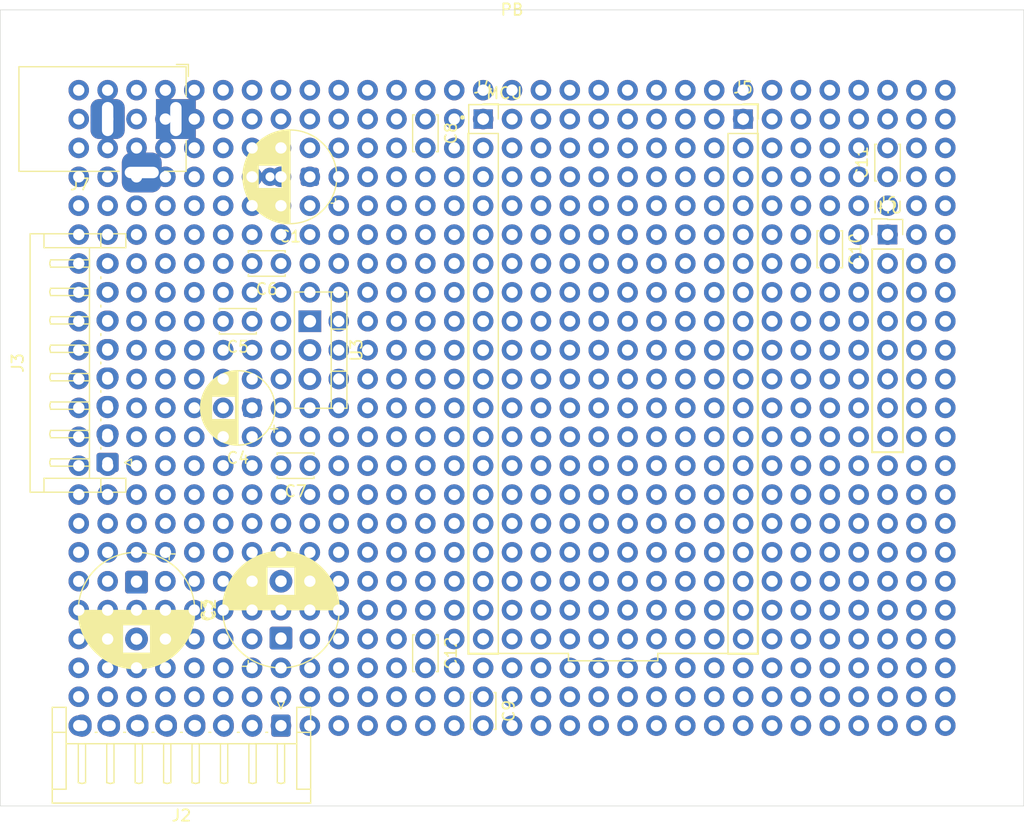
<source format=kicad_pcb>
(kicad_pcb (version 20241229) (generator "pcbnew") (generator_version "9.0")
  (layers (0 "F.Cu" signal) (2 "B.Cu" signal) (13 "F.Paste" user) (15 "B.Paste" user) (5 "F.SilkS" user "F.Silkscreen") (7 "B.SilkS" user "B.Silkscreen") (1 "F.Mask" user) (3 "B.Mask" user) (25 "Edge.Cuts" user))
  (net 0 "")
  (net 1 "GND")
  (net 2 "+12V")
  (net 3 "+5V")
  (net 4 "+3.3V")
  (net 5 "/M0_PWM")
  (net 6 "/M0_ENC_B")
  (net 7 "/M0_ENC_V")
  (net 8 "/M0_ENC_A")
  (net 9 "/M0_DIR")
  (net 10 "/M0_BRK")
  (net 11 "/gpio36")
  (net 12 "/gpio13")
  (net 13 "/gpio34")
  (net 14 "/gpio12")
  (net 15 "/gpio10")
  (net 16 "/gpio9")
  (net 17 "/gpio11")
  (net 18 "/gpio39")
  (net 19 "/en")
  (net 20 "/gpio14")
  (net 21 "/gpio15")
  (net 22 "/gpio23")
  (net 23 "/SCL_0")
  (net 24 "/gpio8")
  (net 25 "/gpio7")
  (net 26 "/gpio1")
  (net 27 "/gpio2")
  (net 28 "/gpio3")
  (net 29 "/SDA_0")
  (net 30 "/gpio6")
  (net 31 "/gpio0")
  (net 32 "/ad0")
  (net 33 "/INT_0")
  (net 34 "/xcl")
  (net 35 "/xda")
  (net 36 "/M1_BRK")
  (net 37 "/M1_DIR")
  (net 38 "/M1_ENC_B")
  (net 39 "/M1_ENC_V")
  (net 40 "/M1_ENC_A")
  (net 41 "/M1_PWM")
  (footprint "Connector_PinSocket_2.54mm:PinSocket_1x19_P2.54mm_Vertical" (layer "F.Cu") (at 167.64 76.2)
    (property "Reference" "J5" (at 0 -2.77 0) (layer "F.SilkS"))
    (property "Value" "CONN_ESP32_R")
    (pad "1" thru_hole rect (at 0 0) (size 1.7 1.7) (drill 1) (layers "*.Cu" "*.Mask") (net 1 "GND"))
    (pad "2" thru_hole circle (at 0 2.54) (size 1.7 1.7) (drill 1) (layers "*.Cu" "*.Mask") (net 22 "/gpio23"))
    (pad "3" thru_hole circle (at 0 5.08) (size 1.7 1.7) (drill 1) (layers "*.Cu" "*.Mask") (net 23 "/SCL_0"))
    (pad "4" thru_hole circle (at 0 7.62) (size 1.7 1.7) (drill 1) (layers "*.Cu" "*.Mask") (net 26 "/gpio1"))
    (pad "5" thru_hole circle (at 0 10.16) (size 1.7 1.7) (drill 1) (layers "*.Cu" "*.Mask") (net 28 "/gpio3"))
    (pad "6" thru_hole circle (at 0 12.7) (size 1.7 1.7) (drill 1) (layers "*.Cu" "*.Mask") (net 29 "/SDA_0"))
    (pad "7" thru_hole circle (at 0 15.24) (size 1.7 1.7) (drill 1) (layers "*.Cu" "*.Mask") (net 1 "GND"))
    (pad "8" thru_hole circle (at 0 17.78) (size 1.7 1.7) (drill 1) (layers "*.Cu" "*.Mask") (net 36 "/M1_BRK"))
    (pad "9" thru_hole circle (at 0 20.32) (size 1.7 1.7) (drill 1) (layers "*.Cu" "*.Mask") (net 41 "/M1_PWM"))
    (pad "10" thru_hole circle (at 0 22.86) (size 1.7 1.7) (drill 1) (layers "*.Cu" "*.Mask") (net 37 "/M1_DIR"))
    (pad "11" thru_hole circle (at 0 25.4) (size 1.7 1.7) (drill 1) (layers "*.Cu" "*.Mask") (net 39 "/M1_ENC_V"))
    (pad "12" thru_hole circle (at 0 27.94) (size 1.7 1.7) (drill 1) (layers "*.Cu" "*.Mask") (net 40 "/M1_ENC_A"))
    (pad "13" thru_hole circle (at 0 30.48) (size 1.7 1.7) (drill 1) (layers "*.Cu" "*.Mask") (net 38 "/M1_ENC_B"))
    (pad "14" thru_hole circle (at 0 33.02) (size 1.7 1.7) (drill 1) (layers "*.Cu" "*.Mask") (net 31 "/gpio0"))
    (pad "15" thru_hole circle (at 0 35.56) (size 1.7 1.7) (drill 1) (layers "*.Cu" "*.Mask") (net 27 "/gpio2"))
    (pad "16" thru_hole circle (at 0 38.1) (size 1.7 1.7) (drill 1) (layers "*.Cu" "*.Mask") (net 21 "/gpio15"))
    (pad "17" thru_hole circle (at 0 40.64) (size 1.7 1.7) (drill 1) (layers "*.Cu" "*.Mask") (net 24 "/gpio8"))
    (pad "18" thru_hole circle (at 0 43.18) (size 1.7 1.7) (drill 1) (layers "*.Cu" "*.Mask") (net 25 "/gpio7"))
    (pad "19" thru_hole circle (at 0 45.72) (size 1.7 1.7) (drill 1) (layers "*.Cu" "*.Mask") (net 30 "/gpio6"))
  )
  (footprint "Connector_PinSocket_2.54mm:PinSocket_1x19_P2.54mm_Vertical" (layer "F.Cu") (at 144.78 76.2)
    (property "Reference" "J4" (at 0 -2.77 0) (layer "F.SilkS"))
    (property "Value" "CONN_ESP32_L")
    (pad "1" thru_hole rect (at 0 0) (size 1.7 1.7) (drill 1) (layers "*.Cu" "*.Mask") (net 4 "+3.3V"))
    (pad "2" thru_hole circle (at 0 2.54) (size 1.7 1.7) (drill 1) (layers "*.Cu" "*.Mask") (net 19 "/en"))
    (pad "3" thru_hole circle (at 0 5.08) (size 1.7 1.7) (drill 1) (layers "*.Cu" "*.Mask") (net 11 "/gpio36"))
    (pad "4" thru_hole circle (at 0 7.62) (size 1.7 1.7) (drill 1) (layers "*.Cu" "*.Mask") (net 18 "/gpio39"))
    (pad "5" thru_hole circle (at 0 10.16) (size 1.7 1.7) (drill 1) (layers "*.Cu" "*.Mask") (net 13 "/gpio34"))
    (pad "6" thru_hole circle (at 0 12.7) (size 1.7 1.7) (drill 1) (layers "*.Cu" "*.Mask") (net 6 "/M0_ENC_B"))
    (pad "7" thru_hole circle (at 0 15.24) (size 1.7 1.7) (drill 1) (layers "*.Cu" "*.Mask") (net 8 "/M0_ENC_A"))
    (pad "8" thru_hole circle (at 0 17.78) (size 1.7 1.7) (drill 1) (layers "*.Cu" "*.Mask") (net 7 "/M0_ENC_V"))
    (pad "9" thru_hole circle (at 0 20.32) (size 1.7 1.7) (drill 1) (layers "*.Cu" "*.Mask") (net 9 "/M0_DIR"))
    (pad "10" thru_hole circle (at 0 22.86) (size 1.7 1.7) (drill 1) (layers "*.Cu" "*.Mask") (net 5 "/M0_PWM"))
    (pad "11" thru_hole circle (at 0 25.4) (size 1.7 1.7) (drill 1) (layers "*.Cu" "*.Mask") (net 10 "/M0_BRK"))
    (pad "12" thru_hole circle (at 0 27.94) (size 1.7 1.7) (drill 1) (layers "*.Cu" "*.Mask") (net 20 "/gpio14"))
    (pad "13" thru_hole circle (at 0 30.48) (size 1.7 1.7) (drill 1) (layers "*.Cu" "*.Mask") (net 14 "/gpio12"))
    (pad "14" thru_hole circle (at 0 33.02) (size 1.7 1.7) (drill 1) (layers "*.Cu" "*.Mask") (net 1 "GND"))
    (pad "15" thru_hole circle (at 0 35.56) (size 1.7 1.7) (drill 1) (layers "*.Cu" "*.Mask") (net 12 "/gpio13"))
    (pad "16" thru_hole circle (at 0 38.1) (size 1.7 1.7) (drill 1) (layers "*.Cu" "*.Mask") (net 16 "/gpio9"))
    (pad "17" thru_hole circle (at 0 40.64) (size 1.7 1.7) (drill 1) (layers "*.Cu" "*.Mask") (net 15 "/gpio10"))
    (pad "18" thru_hole circle (at 0 43.18) (size 1.7 1.7) (drill 1) (layers "*.Cu" "*.Mask") (net 17 "/gpio11"))
    (pad "19" thru_hole circle (at 0 45.72) (size 1.7 1.7) (drill 1) (layers "*.Cu" "*.Mask") (net 3 "+5V"))
  )
  (footprint "Connector_JST:JST_EH_S8B-EH_1x08_P2.50mm_Horizontal" (layer "F.Cu") (at 111.7525 106.4 90)
    (property "Reference" "J3" (at 8.75 -7.9 90) (layer "F.SilkS"))
    (property "Value" "CONN_NIDEC_1")
    (pad "1" thru_hole roundrect (at 0 0 90) (size 1.7 1.95) (drill 0.95) (layers "*.Cu" "*.Mask") (roundrect_rratio 0.147059) (net 2 "+12V"))
    (pad "2" thru_hole oval (at 2.5 0 90) (size 1.7 1.95) (drill 0.95) (layers "*.Cu" "*.Mask") (net 1 "GND"))
    (pad "3" thru_hole oval (at 5 0 90) (size 1.7 1.95) (drill 0.95) (layers "*.Cu" "*.Mask") (net 36 "/M1_BRK"))
    (pad "4" thru_hole oval (at 7.5 0 90) (size 1.7 1.95) (drill 0.95) (layers "*.Cu" "*.Mask") (net 41 "/M1_PWM"))
    (pad "5" thru_hole oval (at 10 0 90) (size 1.7 1.95) (drill 0.95) (layers "*.Cu" "*.Mask") (net 37 "/M1_DIR"))
    (pad "6" thru_hole oval (at 12.5 0 90) (size 1.7 1.95) (drill 0.95) (layers "*.Cu" "*.Mask") (net 39 "/M1_ENC_V"))
    (pad "7" thru_hole oval (at 15 0 90) (size 1.7 1.95) (drill 0.95) (layers "*.Cu" "*.Mask") (net 40 "/M1_ENC_A"))
    (pad "8" thru_hole oval (at 17.5 0 90) (size 1.7 1.95) (drill 0.95) (layers "*.Cu" "*.Mask") (net 38 "/M1_ENC_B"))
  )
  (footprint "Connector_PinSocket_2.54mm:PinSocket_1x08_P2.54mm_Vertical" (layer "F.Cu") (at 180.34 86.36)
    (property "Reference" "J6" (at 0 -2.77 0) (layer "F.SilkS"))
    (property "Value" "CONN_MPU6050")
    (pad "1" thru_hole rect (at 0 0) (size 1.7 1.7) (drill 1) (layers "*.Cu" "*.Mask") (net 4 "+3.3V"))
    (pad "2" thru_hole circle (at 0 2.54) (size 1.7 1.7) (drill 1) (layers "*.Cu" "*.Mask") (net 1 "GND"))
    (pad "3" thru_hole circle (at 0 5.08) (size 1.7 1.7) (drill 1) (layers "*.Cu" "*.Mask") (net 23 "/SCL_0"))
    (pad "4" thru_hole circle (at 0 7.62) (size 1.7 1.7) (drill 1) (layers "*.Cu" "*.Mask") (net 29 "/SDA_0"))
    (pad "5" thru_hole circle (at 0 10.16) (size 1.7 1.7) (drill 1) (layers "*.Cu" "*.Mask") (net 35 "/xda"))
    (pad "6" thru_hole circle (at 0 12.7) (size 1.7 1.7) (drill 1) (layers "*.Cu" "*.Mask") (net 34 "/xcl"))
    (pad "7" thru_hole circle (at 0 15.24) (size 1.7 1.7) (drill 1) (layers "*.Cu" "*.Mask") (net 32 "/ad0"))
    (pad "8" thru_hole circle (at 0 17.78) (size 1.7 1.7) (drill 1) (layers "*.Cu" "*.Mask") (net 33 "/INT_0"))
  )
  (footprint "Capacitor_THT:C_Disc_D3.0mm_W2.0mm_P2.50mm" (layer "F.Cu") (at 180.34 81.28 90)
    (property "Reference" "C11" (at 1.25 -2.25 90) (layer "F.SilkS"))
    (property "Value" "100 nF")
    (pad "1" thru_hole circle (at 0 0 90) (size 1.6 1.6) (drill 0.8) (layers "*.Cu" "*.Mask") (net 4 "+3.3V"))
    (pad "2" thru_hole circle (at 2.5 0 90) (size 1.6 1.6) (drill 0.8) (layers "*.Cu" "*.Mask") (net 1 "GND"))
  )
  (footprint "Capacitor_THT:C_Disc_D3.0mm_W2.0mm_P2.50mm" (layer "F.Cu") (at 127 88.9 180)
    (property "Reference" "C6" (at 1.25 -2.25 0) (layer "F.SilkS"))
    (property "Value" "330 nF")
    (pad "1" thru_hole circle (at 0 0 180) (size 1.6 1.6) (drill 0.8) (layers "*.Cu" "*.Mask") (net 2 "+12V"))
    (pad "2" thru_hole circle (at 2.5 0 180) (size 1.6 1.6) (drill 0.8) (layers "*.Cu" "*.Mask") (net 1 "GND"))
  )
  (footprint "Capacitor_THT:CP_Radial_D6.3mm_P2.50mm" (layer "F.Cu") (at 124.46 101.6 180)
    (property "Reference" "C4" (at 1.25 -4.4 0) (layer "F.SilkS"))
    (property "Value" "47 uF")
    (pad "1" thru_hole roundrect (at 0 0 180) (size 1.6 1.6) (drill 0.8) (layers "*.Cu" "*.Mask") (roundrect_rratio 0.15625) (net 3 "+5V"))
    (pad "2" thru_hole circle (at 2.5 0 180) (size 1.6 1.6) (drill 0.8) (layers "*.Cu" "*.Mask") (net 1 "GND"))
  )
  (footprint "Capacitor_THT:C_Disc_D3.0mm_W2.0mm_P2.50mm" (layer "F.Cu") (at 175.26 86.4 -90)
    (property "Reference" "C10" (at 1.25 -2.25 90) (layer "F.SilkS"))
    (property "Value" "47 nF")
    (pad "1" thru_hole circle (at 0 0 270) (size 1.6 1.6) (drill 0.8) (layers "*.Cu" "*.Mask") (net 4 "+3.3V"))
    (pad "2" thru_hole circle (at 2.5 0 270) (size 1.6 1.6) (drill 0.8) (layers "*.Cu" "*.Mask") (net 1 "GND"))
  )
  (footprint "Capacitor_THT:CP_Radial_D10.0mm_P5.00mm" (layer "F.Cu") (at 114.3 116.92 -90)
    (property "Reference" "C3" (at 2.5 -6.25 90) (layer "F.SilkS"))
    (property "Value" "470 uF")
    (pad "1" thru_hole roundrect (at 0 0 270) (size 2 2) (drill 1) (layers "*.Cu" "*.Mask") (roundrect_rratio 0.125) (net 2 "+12V"))
    (pad "2" thru_hole circle (at 5 0 270) (size 2 2) (drill 1) (layers "*.Cu" "*.Mask") (net 1 "GND"))
  )
  (footprint "Capacitor_THT:C_Disc_D3.0mm_W2.0mm_P2.50mm" (layer "F.Cu") (at 139.7 121.92 -90)
    (property "Reference" "C12" (at 1.25 -2.25 90) (layer "F.SilkS"))
    (property "Value" "100 nF")
    (pad "1" thru_hole circle (at 0 0 270) (size 1.6 1.6) (drill 0.8) (layers "*.Cu" "*.Mask") (net 3 "+5V"))
    (pad "2" thru_hole circle (at 2.5 0 270) (size 1.6 1.6) (drill 0.8) (layers "*.Cu" "*.Mask") (net 1 "GND"))
  )
  (footprint "Modules:MODULE_NODEMCU-32S" (layer "F.Cu") (at 156.21 99.06)
    (property "Reference" "MCU" (at -9.575 -25.135 0) (layer "F.SilkS"))
    (property "Value" "MODULE_NODEMCU-32S")
    (pad "J1_1" thru_hole circle (at -11.43 -22.86) (size 1.524 1.524) (drill 1.016) (layers "*.Cu" "*.Mask"))
    (pad "J1_2" thru_hole circle (at -11.43 -20.32) (size 1.524 1.524) (drill 1.016) (layers "*.Cu" "*.Mask"))
    (pad "J1_3" thru_hole circle (at -11.43 -17.78) (size 1.524 1.524) (drill 1.016) (layers "*.Cu" "*.Mask"))
    (pad "J1_4" thru_hole circle (at -11.43 -15.24) (size 1.524 1.524) (drill 1.016) (layers "*.Cu" "*.Mask"))
    (pad "J1_5" thru_hole circle (at -11.43 -12.7) (size 1.524 1.524) (drill 1.016) (layers "*.Cu" "*.Mask"))
    (pad "J1_6" thru_hole circle (at -11.43 -10.16) (size 1.524 1.524) (drill 1.016) (layers "*.Cu" "*.Mask"))
    (pad "J1_7" thru_hole circle (at -11.43 -7.62) (size 1.524 1.524) (drill 1.016) (layers "*.Cu" "*.Mask"))
    (pad "J1_8" thru_hole circle (at -11.43 -5.08) (size 1.524 1.524) (drill 1.016) (layers "*.Cu" "*.Mask"))
    (pad "J1_9" thru_hole circle (at -11.43 -2.54) (size 1.524 1.524) (drill 1.016) (layers "*.Cu" "*.Mask"))
    (pad "J1_10" thru_hole circle (at -11.43 0) (size 1.524 1.524) (drill 1.016) (layers "*.Cu" "*.Mask"))
    (pad "J1_11" thru_hole circle (at -11.43 2.54) (size 1.524 1.524) (drill 1.016) (layers "*.Cu" "*.Mask"))
    (pad "J1_12" thru_hole circle (at -11.43 5.08) (size 1.524 1.524) (drill 1.016) (layers "*.Cu" "*.Mask"))
    (pad "J1_13" thru_hole circle (at -11.43 7.62) (size 1.524 1.524) (drill 1.016) (layers "*.Cu" "*.Mask"))
    (pad "J1_14" thru_hole circle (at -11.43 10.16) (size 1.524 1.524) (drill 1.016) (layers "*.Cu" "*.Mask"))
    (pad "J1_15" thru_hole circle (at -11.43 12.7) (size 1.524 1.524) (drill 1.016) (layers "*.Cu" "*.Mask"))
    (pad "J1_16" thru_hole circle (at -11.43 15.24) (size 1.524 1.524) (drill 1.016) (layers "*.Cu" "*.Mask"))
    (pad "J1_17" thru_hole circle (at -11.43 17.78) (size 1.524 1.524) (drill 1.016) (layers "*.Cu" "*.Mask"))
    (pad "J1_18" thru_hole circle (at -11.43 20.32) (size 1.524 1.524) (drill 1.016) (layers "*.Cu" "*.Mask"))
    (pad "J1_19" thru_hole circle (at -11.43 22.86) (size 1.524 1.524) (drill 1.016) (layers "*.Cu" "*.Mask"))
    (pad "J2_1" thru_hole circle (at 11.43 -22.86) (size 1.524 1.524) (drill 1.016) (layers "*.Cu" "*.Mask"))
    (pad "J2_2" thru_hole circle (at 11.43 -20.32) (size 1.524 1.524) (drill 1.016) (layers "*.Cu" "*.Mask"))
    (pad "J2_3" thru_hole circle (at 11.43 -17.78) (size 1.524 1.524) (drill 1.016) (layers "*.Cu" "*.Mask"))
    (pad "J2_4" thru_hole circle (at 11.43 -15.24) (size 1.524 1.524) (drill 1.016) (layers "*.Cu" "*.Mask"))
    (pad "J2_5" thru_hole circle (at 11.43 -12.7) (size 1.524 1.524) (drill 1.016) (layers "*.Cu" "*.Mask"))
    (pad "J2_6" thru_hole circle (at 11.43 -10.16) (size 1.524 1.524) (drill 1.016) (layers "*.Cu" "*.Mask"))
    (pad "J2_7" thru_hole circle (at 11.43 -7.62) (size 1.524 1.524) (drill 1.016) (layers "*.Cu" "*.Mask"))
    (pad "J2_8" thru_hole circle (at 11.43 -5.08) (size 1.524 1.524) (drill 1.016) (layers "*.Cu" "*.Mask"))
    (pad "J2_9" thru_hole circle (at 11.43 -2.54) (size 1.524 1.524) (drill 1.016) (layers "*.Cu" "*.Mask"))
    (pad "J2_10" thru_hole circle (at 11.43 0) (size 1.524 1.524) (drill 1.016) (layers "*.Cu" "*.Mask"))
    (pad "J2_11" thru_hole circle (at 11.43 2.54) (size 1.524 1.524) (drill 1.016) (layers "*.Cu" "*.Mask"))
    (pad "J2_12" thru_hole circle (at 11.43 5.08) (size 1.524 1.524) (drill 1.016) (layers "*.Cu" "*.Mask"))
    (pad "J2_13" thru_hole circle (at 11.43 7.62) (size 1.524 1.524) (drill 1.016) (layers "*.Cu" "*.Mask"))
    (pad "J2_14" thru_hole circle (at 11.43 10.16) (size 1.524 1.524) (drill 1.016) (layers "*.Cu" "*.Mask"))
    (pad "J2_15" thru_hole circle (at 11.43 12.7) (size 1.524 1.524) (drill 1.016) (layers "*.Cu" "*.Mask"))
    (pad "J2_16" thru_hole circle (at 11.43 15.24) (size 1.524 1.524) (drill 1.016) (layers "*.Cu" "*.Mask"))
    (pad "J2_17" thru_hole circle (at 11.43 17.78) (size 1.524 1.524) (drill 1.016) (layers "*.Cu" "*.Mask"))
    (pad "J2_18" thru_hole circle (at 11.43 20.32) (size 1.524 1.524) (drill 1.016) (layers "*.Cu" "*.Mask"))
    (pad "J2_19" thru_hole circle (at 11.43 22.86) (size 1.524 1.524) (drill 1.016) (layers "*.Cu" "*.Mask"))
  )
  (footprint "Capacitor_THT:C_Disc_D3.0mm_W2.0mm_P2.50mm" (layer "F.Cu") (at 139.7 76.2 -90)
    (property "Reference" "C8" (at 1.25 -2.25 90) (layer "F.SilkS"))
    (property "Value" "100 nF")
    (pad "1" thru_hole circle (at 0 0 270) (size 1.6 1.6) (drill 0.8) (layers "*.Cu" "*.Mask") (net 4 "+3.3V"))
    (pad "2" thru_hole circle (at 2.5 0 270) (size 1.6 1.6) (drill 0.8) (layers "*.Cu" "*.Mask") (net 1 "GND"))
  )
  (footprint "Modules:MPU-6050" (layer "F.Cu") (at 180.34 86.36)
    (property "Reference" "IMU" (at 0 -2.38 0) (layer "F.SilkS"))
    (property "Value" "MPU-6050")
    (pad "1" thru_hole rect (at 0 0) (size 1.7 1.7) (drill 1) (layers "*.Cu" "*.Mask"))
    (pad "2" thru_hole circle (at 0 2.54) (size 1.7 1.7) (drill 1) (layers "*.Cu" "*.Mask"))
    (pad "3" thru_hole circle (at 0 5.08) (size 1.7 1.7) (drill 1) (layers "*.Cu" "*.Mask"))
    (pad "4" thru_hole circle (at 0 7.62) (size 1.7 1.7) (drill 1) (layers "*.Cu" "*.Mask"))
    (pad "5" thru_hole circle (at 0 10.16) (size 1.7 1.7) (drill 1) (layers "*.Cu" "*.Mask"))
    (pad "6" thru_hole circle (at 0 12.7) (size 1.7 1.7) (drill 1) (layers "*.Cu" "*.Mask"))
    (pad "7" thru_hole circle (at 0 15.24) (size 1.7 1.7) (drill 1) (layers "*.Cu" "*.Mask"))
    (pad "8" thru_hole circle (at 0 17.78) (size 1.7 1.7) (drill 1) (layers "*.Cu" "*.Mask"))
  )
  (footprint "Connector_JST:JST_EH_S8B-EH_1x08_P2.50mm_Horizontal" (layer "F.Cu") (at 127 129.54 180)
    (property "Reference" "J2" (at 8.75 -7.9 0) (layer "F.SilkS"))
    (property "Value" "CONN_NIDEC_0")
    (pad "1" thru_hole roundrect (at 0 0 180) (size 1.7 1.95) (drill 0.95) (layers "*.Cu" "*.Mask") (roundrect_rratio 0.147059) (net 2 "+12V"))
    (pad "2" thru_hole oval (at 2.5 0 180) (size 1.7 1.95) (drill 0.95) (layers "*.Cu" "*.Mask") (net 1 "GND"))
    (pad "3" thru_hole oval (at 5 0 180) (size 1.7 1.95) (drill 0.95) (layers "*.Cu" "*.Mask") (net 10 "/M0_BRK"))
    (pad "4" thru_hole oval (at 7.5 0 180) (size 1.7 1.95) (drill 0.95) (layers "*.Cu" "*.Mask") (net 5 "/M0_PWM"))
    (pad "5" thru_hole oval (at 10 0 180) (size 1.7 1.95) (drill 0.95) (layers "*.Cu" "*.Mask") (net 9 "/M0_DIR"))
    (pad "6" thru_hole oval (at 12.5 0 180) (size 1.7 1.95) (drill 0.95) (layers "*.Cu" "*.Mask") (net 7 "/M0_ENC_V"))
    (pad "7" thru_hole oval (at 15 0 180) (size 1.7 1.95) (drill 0.95) (layers "*.Cu" "*.Mask") (net 8 "/M0_ENC_A"))
    (pad "8" thru_hole oval (at 17.5 0 180) (size 1.7 1.95) (drill 0.95) (layers "*.Cu" "*.Mask") (net 6 "/M0_ENC_B"))
  )
  (footprint "Capacitor_THT:CP_Radial_D8.0mm_P3.50mm" (layer "F.Cu") (at 129.54 81.28 180)
    (property "Reference" "C1" (at 1.75 -5.25 0) (layer "F.SilkS"))
    (property "Value" "220 uF")
    (pad "1" thru_hole roundrect (at 0 0 180) (size 1.6 1.6) (drill 0.8) (layers "*.Cu" "*.Mask") (roundrect_rratio 0.15625) (net 2 "+12V"))
    (pad "2" thru_hole circle (at 3.5 0 180) (size 1.6 1.6) (drill 0.8) (layers "*.Cu" "*.Mask") (net 1 "GND"))
  )
  (footprint "Perfboards:Perfboard_90x70_2.54mm" (layer "F.Cu") (at 147.32 101.6)
    (property "Reference" "PB" (at 0 -35.02 0) (layer "F.SilkS"))
    (property "Value" "Perfboard_90x70_2.54mm")
    (fp_rect (start -45 -35) (end 45 35) (stroke (width 0.05)) (fill no) (layer "Edge.Cuts"))
    (pad "73" thru_hole circle (at -38.1 -27.94) (size 1.8 1.8) (drill 1) (layers "*.Cu" "*.Mask"))
    (pad "74" thru_hole circle (at -35.56 -27.94) (size 1.8 1.8) (drill 1) (layers "*.Cu" "*.Mask"))
    (pad "75" thru_hole circle (at -33.02 -27.94) (size 1.8 1.8) (drill 1) (layers "*.Cu" "*.Mask"))
    (pad "76" thru_hole circle (at -30.48 -27.94) (size 1.8 1.8) (drill 1) (layers "*.Cu" "*.Mask"))
    (pad "77" thru_hole circle (at -27.94 -27.94) (size 1.8 1.8) (drill 1) (layers "*.Cu" "*.Mask"))
    (pad "78" thru_hole circle (at -25.4 -27.94) (size 1.8 1.8) (drill 1) (layers "*.Cu" "*.Mask"))
    (pad "79" thru_hole circle (at -22.86 -27.94) (size 1.8 1.8) (drill 1) (layers "*.Cu" "*.Mask"))
    (pad "80" thru_hole circle (at -20.32 -27.94) (size 1.8 1.8) (drill 1) (layers "*.Cu" "*.Mask"))
    (pad "81" thru_hole circle (at -17.78 -27.94) (size 1.8 1.8) (drill 1) (layers "*.Cu" "*.Mask"))
    (pad "82" thru_hole circle (at -15.24 -27.94) (size 1.8 1.8) (drill 1) (layers "*.Cu" "*.Mask"))
    (pad "83" thru_hole circle (at -12.7 -27.94) (size 1.8 1.8) (drill 1) (layers "*.Cu" "*.Mask"))
    (pad "84" thru_hole circle (at -10.16 -27.94) (size 1.8 1.8) (drill 1) (layers "*.Cu" "*.Mask"))
    (pad "85" thru_hole circle (at -7.62 -27.94) (size 1.8 1.8) (drill 1) (layers "*.Cu" "*.Mask"))
    (pad "86" thru_hole circle (at -5.08 -27.94) (size 1.8 1.8) (drill 1) (layers "*.Cu" "*.Mask"))
    (pad "87" thru_hole circle (at -2.54 -27.94) (size 1.8 1.8) (drill 1) (layers "*.Cu" "*.Mask"))
    (pad "88" thru_hole circle (at 0 -27.94) (size 1.8 1.8) (drill 1) (layers "*.Cu" "*.Mask"))
    (pad "89" thru_hole circle (at 2.54 -27.94) (size 1.8 1.8) (drill 1) (layers "*.Cu" "*.Mask"))
    (pad "90" thru_hole circle (at 5.08 -27.94) (size 1.8 1.8) (drill 1) (layers "*.Cu" "*.Mask"))
    (pad "91" thru_hole circle (at 7.62 -27.94) (size 1.8 1.8) (drill 1) (layers "*.Cu" "*.Mask"))
    (pad "92" thru_hole circle (at 10.16 -27.94) (size 1.8 1.8) (drill 1) (layers "*.Cu" "*.Mask"))
    (pad "93" thru_hole circle (at 12.7 -27.94) (size 1.8 1.8) (drill 1) (layers "*.Cu" "*.Mask"))
    (pad "94" thru_hole circle (at 15.24 -27.94) (size 1.8 1.8) (drill 1) (layers "*.Cu" "*.Mask"))
    (pad "95" thru_hole circle (at 17.78 -27.94) (size 1.8 1.8) (drill 1) (layers "*.Cu" "*.Mask"))
    (pad "96" thru_hole circle (at 20.32 -27.94) (size 1.8 1.8) (drill 1) (layers "*.Cu" "*.Mask"))
    (pad "97" thru_hole circle (at 22.86 -27.94) (size 1.8 1.8) (drill 1) (layers "*.Cu" "*.Mask"))
    (pad "98" thru_hole circle (at 25.4 -27.94) (size 1.8 1.8) (drill 1) (layers "*.Cu" "*.Mask"))
    (pad "99" thru_hole circle (at 27.94 -27.94) (size 1.8 1.8) (drill 1) (layers "*.Cu" "*.Mask"))
    (pad "100" thru_hole circle (at 30.48 -27.94) (size 1.8 1.8) (drill 1) (layers "*.Cu" "*.Mask"))
    (pad "101" thru_hole circle (at 33.02 -27.94) (size 1.8 1.8) (drill 1) (layers "*.Cu" "*.Mask"))
    (pad "102" thru_hole circle (at 35.56 -27.94) (size 1.8 1.8) (drill 1) (layers "*.Cu" "*.Mask"))
    (pad "103" thru_hole circle (at 38.1 -27.94) (size 1.8 1.8) (drill 1) (layers "*.Cu" "*.Mask"))
    (pad "108" thru_hole circle (at -38.1 -25.4) (size 1.8 1.8) (drill 1) (layers "*.Cu" "*.Mask"))
    (pad "109" thru_hole circle (at -35.56 -25.4) (size 1.8 1.8) (drill 1) (layers "*.Cu" "*.Mask"))
    (pad "110" thru_hole circle (at -33.02 -25.4) (size 1.8 1.8) (drill 1) (layers "*.Cu" "*.Mask"))
    (pad "111" thru_hole circle (at -30.48 -25.4) (size 1.8 1.8) (drill 1) (layers "*.Cu" "*.Mask"))
    (pad "112" thru_hole circle (at -27.94 -25.4) (size 1.8 1.8) (drill 1) (layers "*.Cu" "*.Mask"))
    (pad "113" thru_hole circle (at -25.4 -25.4) (size 1.8 1.8) (drill 1) (layers "*.Cu" "*.Mask"))
    (pad "114" thru_hole circle (at -22.86 -25.4) (size 1.8 1.8) (drill 1) (layers "*.Cu" "*.Mask"))
    (pad "115" thru_hole circle (at -20.32 -25.4) (size 1.8 1.8) (drill 1) (layers "*.Cu" "*.Mask"))
    (pad "116" thru_hole circle (at -17.78 -25.4) (size 1.8 1.8) (drill 1) (layers "*.Cu" "*.Mask"))
    (pad "117" thru_hole circle (at -15.24 -25.4) (size 1.8 1.8) (drill 1) (layers "*.Cu" "*.Mask"))
    (pad "118" thru_hole circle (at -12.7 -25.4) (size 1.8 1.8) (drill 1) (layers "*.Cu" "*.Mask"))
    (pad "119" thru_hole circle (at -10.16 -25.4) (size 1.8 1.8) (drill 1) (layers "*.Cu" "*.Mask"))
    (pad "120" thru_hole circle (at -7.62 -25.4) (size 1.8 1.8) (drill 1) (layers "*.Cu" "*.Mask"))
    (pad "121" thru_hole circle (at -5.08 -25.4) (size 1.8 1.8) (drill 1) (layers "*.Cu" "*.Mask"))
    (pad "122" thru_hole circle (at -2.54 -25.4) (size 1.8 1.8) (drill 1) (layers "*.Cu" "*.Mask"))
    (pad "123" thru_hole circle (at 0 -25.4) (size 1.8 1.8) (drill 1) (layers "*.Cu" "*.Mask"))
    (pad "124" thru_hole circle (at 2.54 -25.4) (size 1.8 1.8) (drill 1) (layers "*.Cu" "*.Mask"))
    (pad "125" thru_hole circle (at 5.08 -25.4) (size 1.8 1.8) (drill 1) (layers "*.Cu" "*.Mask"))
    (pad "126" thru_hole circle (at 7.62 -25.4) (size 1.8 1.8) (drill 1) (layers "*.Cu" "*.Mask"))
    (pad "127" thru_hole circle (at 10.16 -25.4) (size 1.8 1.8) (drill 1) (layers "*.Cu" "*.Mask"))
    (pad "128" thru_hole circle (at 12.7 -25.4) (size 1.8 1.8) (drill 1) (layers "*.Cu" "*.Mask"))
    (pad "129" thru_hole circle (at 15.24 -25.4) (size 1.8 1.8) (drill 1) (layers "*.Cu" "*.Mask"))
    (pad "130" thru_hole circle (at 17.78 -25.4) (size 1.8 1.8) (drill 1) (layers "*.Cu" "*.Mask"))
    (pad "131" thru_hole circle (at 20.32 -25.4) (size 1.8 1.8) (drill 1) (layers "*.Cu" "*.Mask"))
    (pad "132" thru_hole circle (at 22.86 -25.4) (size 1.8 1.8) (drill 1) (layers "*.Cu" "*.Mask"))
    (pad "133" thru_hole circle (at 25.4 -25.4) (size 1.8 1.8) (drill 1) (layers "*.Cu" "*.Mask"))
    (pad "134" thru_hole circle (at 27.94 -25.4) (size 1.8 1.8) (drill 1) (layers "*.Cu" "*.Mask"))
    (pad "135" thru_hole circle (at 30.48 -25.4) (size 1.8 1.8) (drill 1) (layers "*.Cu" "*.Mask"))
    (pad "136" thru_hole circle (at 33.02 -25.4) (size 1.8 1.8) (drill 1) (layers "*.Cu" "*.Mask"))
    (pad "137" thru_hole circle (at 35.56 -25.4) (size 1.8 1.8) (drill 1) (layers "*.Cu" "*.Mask"))
    (pad "138" thru_hole circle (at 38.1 -25.4) (size 1.8 1.8) (drill 1) (layers "*.Cu" "*.Mask"))
    (pad "143" thru_hole circle (at -38.1 -22.86) (size 1.8 1.8) (drill 1) (layers "*.Cu" "*.Mask"))
    (pad "144" thru_hole circle (at -35.56 -22.86) (size 1.8 1.8) (drill 1) (layers "*.Cu" "*.Mask"))
    (pad "145" thru_hole circle (at -33.02 -22.86) (size 1.8 1.8) (drill 1) (layers "*.Cu" "*.Mask"))
    (pad "146" thru_hole circle (at -30.48 -22.86) (size 1.8 1.8) (drill 1) (layers "*.Cu" "*.Mask"))
    (pad "147" thru_hole circle (at -27.94 -22.86) (size 1.8 1.8) (drill 1) (layers "*.Cu" "*.Mask"))
    (pad "148" thru_hole circle (at -25.4 -22.86) (size 1.8 1.8) (drill 1) (layers "*.Cu" "*.Mask"))
    (pad "149" thru_hole circle (at -22.86 -22.86) (size 1.8 1.8) (drill 1) (layers "*.Cu" "*.Mask"))
    (pad "150" thru_hole circle (at -20.32 -22.86) (size 1.8 1.8) (drill 1) (layers "*.Cu" "*.Mask"))
    (pad "151" thru_hole circle (at -17.78 -22.86) (size 1.8 1.8) (drill 1) (layers "*.Cu" "*.Mask"))
    (pad "152" thru_hole circle (at -15.24 -22.86) (size 1.8 1.8) (drill 1) (layers "*.Cu" "*.Mask"))
    (pad "153" thru_hole circle (at -12.7 -22.86) (size 1.8 1.8) (drill 1) (layers "*.Cu" "*.Mask"))
    (pad "154" thru_hole circle (at -10.16 -22.86) (size 1.8 1.8) (drill 1) (layers "*.Cu" "*.Mask"))
    (pad "155" thru_hole circle (at -7.62 -22.86) (size 1.8 1.8) (drill 1) (layers "*.Cu" "*.Mask"))
    (pad "156" thru_hole circle (at -5.08 -22.86) (size 1.8 1.8) (drill 1) (layers "*.Cu" "*.Mask"))
    (pad "157" thru_hole circle (at -2.54 -22.86) (size 1.8 1.8) (drill 1) (layers "*.Cu" "*.Mask"))
    (pad "158" thru_hole circle (at 0 -22.86) (size 1.8 1.8) (drill 1) (layers "*.Cu" "*.Mask"))
    (pad "159" thru_hole circle (at 2.54 -22.86) (size 1.8 1.8) (drill 1) (layers "*.Cu" "*.Mask"))
    (pad "160" thru_hole circle (at 5.08 -22.86) (size 1.8 1.8) (drill 1) (layers "*.Cu" "*.Mask"))
    (pad "161" thru_hole circle (at 7.62 -22.86) (size 1.8 1.8) (drill 1) (layers "*.Cu" "*.Mask"))
    (pad "162" thru_hole circle (at 10.16 -22.86) (size 1.8 1.8) (drill 1) (layers "*.Cu" "*.Mask"))
    (pad "163" thru_hole circle (at 12.7 -22.86) (size 1.8 1.8) (drill 1) (layers "*.Cu" "*.Mask"))
    (pad "164" thru_hole circle (at 15.24 -22.86) (size 1.8 1.8) (drill 1) (layers "*.Cu" "*.Mask"))
    (pad "165" thru_hole circle (at 17.78 -22.86) (size 1.8 1.8) (drill 1) (layers "*.Cu" "*.Mask"))
    (pad "166" thru_hole circle (at 20.32 -22.86) (size 1.8 1.8) (drill 1) (layers "*.Cu" "*.Mask"))
    (pad "167" thru_hole circle (at 22.86 -22.86) (size 1.8 1.8) (drill 1) (layers "*.Cu" "*.Mask"))
    (pad "168" thru_hole circle (at 25.4 -22.86) (size 1.8 1.8) (drill 1) (layers "*.Cu" "*.Mask"))
    (pad "169" thru_hole circle (at 27.94 -22.86) (size 1.8 1.8) (drill 1) (layers "*.Cu" "*.Mask"))
    (pad "170" thru_hole circle (at 30.48 -22.86) (size 1.8 1.8) (drill 1) (layers "*.Cu" "*.Mask"))
    (pad "171" thru_hole circle (at 33.02 -22.86) (size 1.8 1.8) (drill 1) (layers "*.Cu" "*.Mask"))
    (pad "172" thru_hole circle (at 35.56 -22.86) (size 1.8 1.8) (drill 1) (layers "*.Cu" "*.Mask"))
    (pad "173" thru_hole circle (at 38.1 -22.86) (size 1.8 1.8) (drill 1) (layers "*.Cu" "*.Mask"))
    (pad "178" thru_hole circle (at -38.1 -20.32) (size 1.8 1.8) (drill 1) (layers "*.Cu" "*.Mask"))
    (pad "179" thru_hole circle (at -35.56 -20.32) (size 1.8 1.8) (drill 1) (layers "*.Cu" "*.Mask"))
    (pad "180" thru_hole circle (at -33.02 -20.32) (size 1.8 1.8) (drill 1) (layers "*.Cu" "*.Mask"))
    (pad "181" thru_hole circle (at -30.48 -20.32) (size 1.8 1.8) (drill 1) (layers "*.Cu" "*.Mask"))
    (pad "182" thru_hole circle (at -27.94 -20.32) (size 1.8 1.8) (drill 1) (layers "*.Cu" "*.Mask"))
    (pad "183" thru_hole circle (at -25.4 -20.32) (size 1.8 1.8) (drill 1) (layers "*.Cu" "*.Mask"))
    (pad "184" thru_hole circle (at -22.86 -20.32) (size 1.8 1.8) (drill 1) (layers "*.Cu" "*.Mask"))
    (pad "185" thru_hole circle (at -20.32 -20.32) (size 1.8 1.8) (drill 1) (layers "*.Cu" "*.Mask"))
    (pad "186" thru_hole circle (at -17.78 -20.32) (size 1.8 1.8) (drill 1) (layers "*.Cu" "*.Mask"))
    (pad "187" thru_hole circle (at -15.24 -20.32) (size 1.8 1.8) (drill 1) (layers "*.Cu" "*.Mask"))
    (pad "188" thru_hole circle (at -12.7 -20.32) (size 1.8 1.8) (drill 1) (layers "*.Cu" "*.Mask"))
    (pad "189" thru_hole circle (at -10.16 -20.32) (size 1.8 1.8) (drill 1) (layers "*.Cu" "*.Mask"))
    (pad "190" thru_hole circle (at -7.62 -20.32) (size 1.8 1.8) (drill 1) (layers "*.Cu" "*.Mask"))
    (pad "191" thru_hole circle (at -5.08 -20.32) (size 1.8 1.8) (drill 1) (layers "*.Cu" "*.Mask"))
    (pad "192" thru_hole circle (at -2.54 -20.32) (size 1.8 1.8) (drill 1) (layers "*.Cu" "*.Mask"))
    (pad "193" thru_hole circle (at 0 -20.32) (size 1.8 1.8) (drill 1) (layers "*.Cu" "*.Mask"))
    (pad "194" thru_hole circle (at 2.54 -20.32) (size 1.8 1.8) (drill 1) (layers "*.Cu" "*.Mask"))
    (pad "195" thru_hole circle (at 5.08 -20.32) (size 1.8 1.8) (drill 1) (layers "*.Cu" "*.Mask"))
    (pad "196" thru_hole circle (at 7.62 -20.32) (size 1.8 1.8) (drill 1) (layers "*.Cu" "*.Mask"))
    (pad "197" thru_hole circle (at 10.16 -20.32) (size 1.8 1.8) (drill 1) (layers "*.Cu" "*.Mask"))
    (pad "198" thru_hole circle (at 12.7 -20.32) (size 1.8 1.8) (drill 1) (layers "*.Cu" "*.Mask"))
    (pad "199" thru_hole circle (at 15.24 -20.32) (size 1.8 1.8) (drill 1) (layers "*.Cu" "*.Mask"))
    (pad "200" thru_hole circle (at 17.78 -20.32) (size 1.8 1.8) (drill 1) (layers "*.Cu" "*.Mask"))
    (pad "201" thru_hole circle (at 20.32 -20.32) (size 1.8 1.8) (drill 1) (layers "*.Cu" "*.Mask"))
    (pad "202" thru_hole circle (at 22.86 -20.32) (size 1.8 1.8) (drill 1) (layers "*.Cu" "*.Mask"))
    (pad "203" thru_hole circle (at 25.4 -20.32) (size 1.8 1.8) (drill 1) (layers "*.Cu" "*.Mask"))
    (pad "204" thru_hole circle (at 27.94 -20.32) (size 1.8 1.8) (drill 1) (layers "*.Cu" "*.Mask"))
    (pad "205" thru_hole circle (at 30.48 -20.32) (size 1.8 1.8) (drill 1) (layers "*.Cu" "*.Mask"))
    (pad "206" thru_hole circle (at 33.02 -20.32) (size 1.8 1.8) (drill 1) (layers "*.Cu" "*.Mask"))
    (pad "207" thru_hole circle (at 35.56 -20.32) (size 1.8 1.8) (drill 1) (layers "*.Cu" "*.Mask"))
    (pad "208" thru_hole circle (at 38.1 -20.32) (size 1.8 1.8) (drill 1) (layers "*.Cu" "*.Mask"))
    (pad "213" thru_hole circle (at -38.1 -17.78) (size 1.8 1.8) (drill 1) (layers "*.Cu" "*.Mask"))
    (pad "214" thru_hole circle (at -35.56 -17.78) (size 1.8 1.8) (drill 1) (layers "*.Cu" "*.Mask"))
    (pad "215" thru_hole circle (at -33.02 -17.78) (size 1.8 1.8) (drill 1) (layers "*.Cu" "*.Mask"))
    (pad "216" thru_hole circle (at -30.48 -17.78) (size 1.8 1.8) (drill 1) (layers "*.Cu" "*.Mask"))
    (pad "217" thru_hole circle (at -27.94 -17.78) (size 1.8 1.8) (drill 1) (layers "*.Cu" "*.Mask"))
    (pad "218" thru_hole circle (at -25.4 -17.78) (size 1.8 1.8) (drill 1) (layers "*.Cu" "*.Mask"))
    (pad "219" thru_hole circle (at -22.86 -17.78) (size 1.8 1.8) (drill 1) (layers "*.Cu" "*.Mask"))
    (pad "220" thru_hole circle (at -20.32 -17.78) (size 1.8 1.8) (drill 1) (layers "*.Cu" "*.Mask"))
    (pad "221" thru_hole circle (at -17.78 -17.78) (size 1.8 1.8) (drill 1) (layers "*.Cu" "*.Mask"))
    (pad "222" thru_hole circle (at -15.24 -17.78) (size 1.8 1.8) (drill 1) (layers "*.Cu" "*.Mask"))
    (pad "223" thru_hole circle (at -12.7 -17.78) (size 1.8 1.8) (drill 1) (layers "*.Cu" "*.Mask"))
    (pad "224" thru_hole circle (at -10.16 -17.78) (size 1.8 1.8) (drill 1) (layers "*.Cu" "*.Mask"))
    (pad "225" thru_hole circle (at -7.62 -17.78) (size 1.8 1.8) (drill 1) (layers "*.Cu" "*.Mask"))
    (pad "226" thru_hole circle (at -5.08 -17.78) (size 1.8 1.8) (drill 1) (layers "*.Cu" "*.Mask"))
    (pad "227" thru_hole circle (at -2.54 -17.78) (size 1.8 1.8) (drill 1) (layers "*.Cu" "*.Mask"))
    (pad "228" thru_hole circle (at 0 -17.78) (size 1.8 1.8) (drill 1) (layers "*.Cu" "*.Mask"))
    (pad "229" thru_hole circle (at 2.54 -17.78) (size 1.8 1.8) (drill 1) (layers "*.Cu" "*.Mask"))
    (pad "230" thru_hole circle (at 5.08 -17.78) (size 1.8 1.8) (drill 1) (layers "*.Cu" "*.Mask"))
    (pad "231" thru_hole circle (at 7.62 -17.78) (size 1.8 1.8) (drill 1) (layers "*.Cu" "*.Mask"))
    (pad "232" thru_hole circle (at 10.16 -17.78) (size 1.8 1.8) (drill 1) (layers "*.Cu" "*.Mask"))
    (pad "233" thru_hole circle (at 12.7 -17.78) (size 1.8 1.8) (drill 1) (layers "*.Cu" "*.Mask"))
    (pad "234" thru_hole circle (at 15.24 -17.78) (size 1.8 1.8) (drill 1) (layers "*.Cu" "*.Mask"))
    (pad "235" thru_hole circle (at 17.78 -17.78) (size 1.8 1.8) (drill 1) (layers "*.Cu" "*.Mask"))
    (pad "236" thru_hole circle (at 20.32 -17.78) (size 1.8 1.8) (drill 1) (layers "*.Cu" "*.Mask"))
    (pad "237" thru_hole circle (at 22.86 -17.78) (size 1.8 1.8) (drill 1) (layers "*.Cu" "*.Mask"))
    (pad "238" thru_hole circle (at 25.4 -17.78) (size 1.8 1.8) (drill 1) (layers "*.Cu" "*.Mask"))
    (pad "239" thru_hole circle (at 27.94 -17.78) (size 1.8 1.8) (drill 1) (layers "*.Cu" "*.Mask"))
    (pad "240" thru_hole circle (at 30.48 -17.78) (size 1.8 1.8) (drill 1) (layers "*.Cu" "*.Mask"))
    (pad "241" thru_hole circle (at 33.02 -17.78) (size 1.8 1.8) (drill 1) (layers "*.Cu" "*.Mask"))
    (pad "242" thru_hole circle (at 35.56 -17.78) (size 1.8 1.8) (drill 1) (layers "*.Cu" "*.Mask"))
    (pad "243" thru_hole circle (at 38.1 -17.78) (size 1.8 1.8) (drill 1) (layers "*.Cu" "*.Mask"))
    (pad "248" thru_hole circle (at -38.1 -15.24) (size 1.8 1.8) (drill 1) (layers "*.Cu" "*.Mask"))
    (pad "249" thru_hole circle (at -35.56 -15.24) (size 1.8 1.8) (drill 1) (layers "*.Cu" "*.Mask"))
    (pad "250" thru_hole circle (at -33.02 -15.24) (size 1.8 1.8) (drill 1) (layers "*.Cu" "*.Mask"))
    (pad "251" thru_hole circle (at -30.48 -15.24) (size 1.8 1.8) (drill 1) (layers "*.Cu" "*.Mask"))
    (pad "252" thru_hole circle (at -27.94 -15.24) (size 1.8 1.8) (drill 1) (layers "*.Cu" "*.Mask"))
    (pad "253" thru_hole circle (at -25.4 -15.24) (size 1.8 1.8) (drill 1) (layers "*.Cu" "*.Mask"))
    (pad "254" thru_hole circle (at -22.86 -15.24) (size 1.8 1.8) (drill 1) (layers "*.Cu" "*.Mask"))
    (pad "255" thru_hole circle (at -20.32 -15.24) (size 1.8 1.8) (drill 1) (layers "*.Cu" "*.Mask"))
    (pad "256" thru_hole circle (at -17.78 -15.24) (size 1.8 1.8) (drill 1) (layers "*.Cu" "*.Mask"))
    (pad "257" thru_hole circle (at -15.24 -15.24) (size 1.8 1.8) (drill 1) (layers "*.Cu" "*.Mask"))
    (pad "258" thru_hole circle (at -12.7 -15.24) (size 1.8 1.8) (drill 1) (layers "*.Cu" "*.Mask"))
    (pad "259" thru_hole circle (at -10.16 -15.24) (size 1.8 1.8) (drill 1) (layers "*.Cu" "*.Mask"))
    (pad "260" thru_hole circle (at -7.62 -15.24) (size 1.8 1.8) (drill 1) (layers "*.Cu" "*.Mask"))
    (pad "261" thru_hole circle (at -5.08 -15.24) (size 1.8 1.8) (drill 1) (layers "*.Cu" "*.Mask"))
    (pad "262" thru_hole circle (at -2.54 -15.24) (size 1.8 1.8) (drill 1) (layers "*.Cu" "*.Mask"))
    (pad "263" thru_hole circle (at 0 -15.24) (size 1.8 1.8) (drill 1) (layers "*.Cu" "*.Mask"))
    (pad "264" thru_hole circle (at 2.54 -15.24) (size 1.8 1.8) (drill 1) (layers "*.Cu" "*.Mask"))
    (pad "265" thru_hole circle (at 5.08 -15.24) (size 1.8 1.8) (drill 1) (layers "*.Cu" "*.Mask"))
    (pad "266" thru_hole circle (at 7.62 -15.24) (size 1.8 1.8) (drill 1) (layers "*.Cu" "*.Mask"))
    (pad "267" thru_hole circle (at 10.16 -15.24) (size 1.8 1.8) (drill 1) (layers "*.Cu" "*.Mask"))
    (pad "268" thru_hole circle (at 12.7 -15.24) (size 1.8 1.8) (drill 1) (layers "*.Cu" "*.Mask"))
    (pad "269" thru_hole circle (at 15.24 -15.24) (size 1.8 1.8) (drill 1) (layers "*.Cu" "*.Mask"))
    (pad "270" thru_hole circle (at 17.78 -15.24) (size 1.8 1.8) (drill 1) (layers "*.Cu" "*.Mask"))
    (pad "271" thru_hole circle (at 20.32 -15.24) (size 1.8 1.8) (drill 1) (layers "*.Cu" "*.Mask"))
    (pad "272" thru_hole circle (at 22.86 -15.24) (size 1.8 1.8) (drill 1) (layers "*.Cu" "*.Mask"))
    (pad "273" thru_hole circle (at 25.4 -15.24) (size 1.8 1.8) (drill 1) (layers "*.Cu" "*.Mask"))
    (pad "274" thru_hole circle (at 27.94 -15.24) (size 1.8 1.8) (drill 1) (layers "*.Cu" "*.Mask"))
    (pad "275" thru_hole circle (at 30.48 -15.24) (size 1.8 1.8) (drill 1) (layers "*.Cu" "*.Mask"))
    (pad "276" thru_hole circle (at 33.02 -15.24) (size 1.8 1.8) (drill 1) (layers "*.Cu" "*.Mask"))
    (pad "277" thru_hole circle (at 35.56 -15.24) (size 1.8 1.8) (drill 1) (layers "*.Cu" "*.Mask"))
    (pad "278" thru_hole circle (at 38.1 -15.24) (size 1.8 1.8) (drill 1) (layers "*.Cu" "*.Mask"))
    (pad "283" thru_hole circle (at -38.1 -12.7) (size 1.8 1.8) (drill 1) (layers "*.Cu" "*.Mask"))
    (pad "284" thru_hole circle (at -35.56 -12.7) (size 1.8 1.8) (drill 1) (layers "*.Cu" "*.Mask"))
    (pad "285" thru_hole circle (at -33.02 -12.7) (size 1.8 1.8) (drill 1) (layers "*.Cu" "*.Mask"))
    (pad "286" thru_hole circle (at -30.48 -12.7) (size 1.8 1.8) (drill 1) (layers "*.Cu" "*.Mask"))
    (pad "287" thru_hole circle (at -27.94 -12.7) (size 1.8 1.8) (drill 1) (layers "*.Cu" "*.Mask"))
    (pad "288" thru_hole circle (at -25.4 -12.7) (size 1.8 1.8) (drill 1) (layers "*.Cu" "*.Mask"))
    (pad "289" thru_hole circle (at -22.86 -12.7) (size 1.8 1.8) (drill 1) (layers "*.Cu" "*.Mask"))
    (pad "290" thru_hole circle (at -20.32 -12.7) (size 1.8 1.8) (drill 1) (layers "*.Cu" "*.Mask"))
    (pad "291" thru_hole circle (at -17.78 -12.7) (size 1.8 1.8) (drill 1) (layers "*.Cu" "*.Mask"))
    (pad "292" thru_hole circle (at -15.24 -12.7) (size 1.8 1.8) (drill 1) (layers "*.Cu" "*.Mask"))
    (pad "293" thru_hole circle (at -12.7 -12.7) (size 1.8 1.8) (drill 1) (layers "*.Cu" "*.Mask"))
    (pad "294" thru_hole circle (at -10.16 -12.7) (size 1.8 1.8) (drill 1) (layers "*.Cu" "*.Mask"))
    (pad "295" thru_hole circle (at -7.62 -12.7) (size 1.8 1.8) (drill 1) (layers "*.Cu" "*.Mask"))
    (pad "296" thru_hole circle (at -5.08 -12.7) (size 1.8 1.8) (drill 1) (layers "*.Cu" "*.Mask"))
    (pad "297" thru_hole circle (at -2.54 -12.7) (size 1.8 1.8) (drill 1) (layers "*.Cu" "*.Mask"))
    (pad "298" thru_hole circle (at 0 -12.7) (size 1.8 1.8) (drill 1) (layers "*.Cu" "*.Mask"))
    (pad "299" thru_hole circle (at 2.54 -12.7) (size 1.8 1.8) (drill 1) (layers "*.Cu" "*.Mask"))
    (pad "300" thru_hole circle (at 5.08 -12.7) (size 1.8 1.8) (drill 1) (layers "*.Cu" "*.Mask"))
    (pad "301" thru_hole circle (at 7.62 -12.7) (size 1.8 1.8) (drill 1) (layers "*.Cu" "*.Mask"))
    (pad "302" thru_hole circle (at 10.16 -12.7) (size 1.8 1.8) (drill 1) (layers "*.Cu" "*.Mask"))
    (pad "303" thru_hole circle (at 12.7 -12.7) (size 1.8 1.8) (drill 1) (layers "*.Cu" "*.Mask"))
    (pad "304" thru_hole circle (at 15.24 -12.7) (size 1.8 1.8) (drill 1) (layers "*.Cu" "*.Mask"))
    (pad "305" thru_hole circle (at 17.78 -12.7) (size 1.8 1.8) (drill 1) (layers "*.Cu" "*.Mask"))
    (pad "306" thru_hole circle (at 20.32 -12.7) (size 1.8 1.8) (drill 1) (layers "*.Cu" "*.Mask"))
    (pad "307" thru_hole circle (at 22.86 -12.7) (size 1.8 1.8) (drill 1) (layers "*.Cu" "*.Mask"))
    (pad "308" thru_hole circle (at 25.4 -12.7) (size 1.8 1.8) (drill 1) (layers "*.Cu" "*.Mask"))
    (pad "309" thru_hole circle (at 27.94 -12.7) (size 1.8 1.8) (drill 1) (layers "*.Cu" "*.Mask"))
    (pad "310" thru_hole circle (at 30.48 -12.7) (size 1.8 1.8) (drill 1) (layers "*.Cu" "*.Mask"))
    (pad "311" thru_hole circle (at 33.02 -12.7) (size 1.8 1.8) (drill 1) (layers "*.Cu" "*.Mask"))
    (pad "312" thru_hole circle (at 35.56 -12.7) (size 1.8 1.8) (drill 1) (layers "*.Cu" "*.Mask"))
    (pad "313" thru_hole circle (at 38.1 -12.7) (size 1.8 1.8) (drill 1) (layers "*.Cu" "*.Mask"))
    (pad "318" thru_hole circle (at -38.1 -10.16) (size 1.8 1.8) (drill 1) (layers "*.Cu" "*.Mask"))
    (pad "319" thru_hole circle (at -35.56 -10.16) (size 1.8 1.8) (drill 1) (layers "*.Cu" "*.Mask"))
    (pad "320" thru_hole circle (at -33.02 -10.16) (size 1.8 1.8) (drill 1) (layers "*.Cu" "*.Mask"))
    (pad "321" thru_hole circle (at -30.48 -10.16) (size 1.8 1.8) (drill 1) (layers "*.Cu" "*.Mask"))
    (pad "322" thru_hole circle (at -27.94 -10.16) (size 1.8 1.8) (drill 1) (layers "*.Cu" "*.Mask"))
    (pad "323" thru_hole circle (at -25.4 -10.16) (size 1.8 1.8) (drill 1) (layers "*.Cu" "*.Mask"))
    (pad "324" thru_hole circle (at -22.86 -10.16) (size 1.8 1.8) (drill 1) (layers "*.Cu" "*.Mask"))
    (pad "325" thru_hole circle (at -20.32 -10.16) (size 1.8 1.8) (drill 1) (layers "*.Cu" "*.Mask"))
    (pad "326" thru_hole circle (at -17.78 -10.16) (size 1.8 1.8) (drill 1) (layers "*.Cu" "*.Mask"))
    (pad "327" thru_hole circle (at -15.24 -10.16) (size 1.8 1.8) (drill 1) (layers "*.Cu" "*.Mask"))
    (pad "328" thru_hole circle (at -12.7 -10.16) (size 1.8 1.8) (drill 1) (layers "*.Cu" "*.Mask"))
    (pad "329" thru_hole circle (at -10.16 -10.16) (size 1.8 1.8) (drill 1) (layers "*.Cu" "*.Mask"))
    (pad "330" thru_hole circle (at -7.62 -10.16) (size 1.8 1.8) (drill 1) (layers "*.Cu" "*.Mask"))
    (pad "331" thru_hole circle (at -5.08 -10.16) (size 1.8 1.8) (drill 1) (layers "*.Cu" "*.Mask"))
    (pad "332" thru_hole circle (at -2.54 -10.16) (size 1.8 1.8) (drill 1) (layers "*.Cu" "*.Mask"))
    (pad "333" thru_hole circle (at 0 -10.16) (size 1.8 1.8) (drill 1) (layers "*.Cu" "*.Mask"))
    (pad "334" thru_hole circle (at 2.54 -10.16) (size 1.8 1.8) (drill 1) (layers "*.Cu" "*.Mask"))
    (pad "335" thru_hole circle (at 5.08 -10.16) (size 1.8 1.8) (drill 1) (layers "*.Cu" "*.Mask"))
    (pad "336" thru_hole circle (at 7.62 -10.16) (size 1.8 1.8) (drill 1) (layers "*.Cu" "*.Mask"))
    (pad "337" thru_hole circle (at 10.16 -10.16) (size 1.8 1.8) (drill 1) (layers "*.Cu" "*.Mask"))
    (pad "338" thru_hole circle (at 12.7 -10.16) (size 1.8 1.8) (drill 1) (layers "*.Cu" "*.Mask"))
    (pad "339" thru_hole circle (at 15.24 -10.16) (size 1.8 1.8) (drill 1) (layers "*.Cu" "*.Mask"))
    (pad "340" thru_hole circle (at 17.78 -10.16) (size 1.8 1.8) (drill 1) (layers "*.Cu" "*.Mask"))
    (pad "341" thru_hole circle (at 20.32 -10.16) (size 1.8 1.8) (drill 1) (layers "*.Cu" "*.Mask"))
    (pad "342" thru_hole circle (at 22.86 -10.16) (size 1.8 1.8) (drill 1) (layers "*.Cu" "*.Mask"))
    (pad "343" thru_hole circle (at 25.4 -10.16) (size 1.8 1.8) (drill 1) (layers "*.Cu" "*.Mask"))
    (pad "344" thru_hole circle (at 27.94 -10.16) (size 1.8 1.8) (drill 1) (layers "*.Cu" "*.Mask"))
    (pad "345" thru_hole circle (at 30.48 -10.16) (size 1.8 1.8) (drill 1) (layers "*.Cu" "*.Mask"))
    (pad "346" thru_hole circle (at 33.02 -10.16) (size 1.8 1.8) (drill 1) (layers "*.Cu" "*.Mask"))
    (pad "347" thru_hole circle (at 35.56 -10.16) (size 1.8 1.8) (drill 1) (layers "*.Cu" "*.Mask"))
    (pad "348" thru_hole circle (at 38.1 -10.16) (size 1.8 1.8) (drill 1) (layers "*.Cu" "*.Mask"))
    (pad "353" thru_hole circle (at -38.1 -7.62) (size 1.8 1.8) (drill 1) (layers "*.Cu" "*.Mask"))
    (pad "354" thru_hole circle (at -35.56 -7.62) (size 1.8 1.8) (drill 1) (layers "*.Cu" "*.Mask"))
    (pad "355" thru_hole circle (at -33.02 -7.62) (size 1.8 1.8) (drill 1) (layers "*.Cu" "*.Mask"))
    (pad "356" thru_hole circle (at -30.48 -7.62) (size 1.8 1.8) (drill 1) (layers "*.Cu" "*.Mask"))
    (pad "357" thru_hole circle (at -27.94 -7.62) (size 1.8 1.8) (drill 1) (layers "*.Cu" "*.Mask"))
    (pad "358" thru_hole circle (at -25.4 -7.62) (size 1.8 1.8) (drill 1) (layers "*.Cu" "*.Mask"))
    (pad "359" thru_hole circle (at -22.86 -7.62) (size 1.8 1.8) (drill 1) (layers "*.Cu" "*.Mask"))
    (pad "360" thru_hole circle (at -20.32 -7.62) (size 1.8 1.8) (drill 1) (layers "*.Cu" "*.Mask"))
    (pad "361" thru_hole circle (at -17.78 -7.62) (size 1.8 1.8) (drill 1) (layers "*.Cu" "*.Mask"))
    (pad "362" thru_hole circle (at -15.24 -7.62) (size 1.8 1.8) (drill 1) (layers "*.Cu" "*.Mask"))
    (pad "363" thru_hole circle (at -12.7 -7.62) (size 1.8 1.8) (drill 1) (layers "*.Cu" "*.Mask"))
    (pad "364" thru_hole circle (at -10.16 -7.62) (size 1.8 1.8) (drill 1) (layers "*.Cu" "*.Mask"))
    (pad "365" thru_hole circle (at -7.62 -7.62) (size 1.8 1.8) (drill 1) (layers "*.Cu" "*.Mask"))
    (pad "366" thru_hole circle (at -5.08 -7.62) (size 1.8 1.8) (drill 1) (layers "*.Cu" "*.Mask"))
    (pad "367" thru_hole circle (at -2.54 -7.62) (size 1.8 1.8) (drill 1) (layers "*.Cu" "*.Mask"))
    (pad "368" thru_hole circle (at 0 -7.62) (size 1.8 1.8) (drill 1) (layers "*.Cu" "*.Mask"))
    (pad "369" thru_hole circle (at 2.54 -7.62) (size 1.8 1.8) (drill 1) (layers "*.Cu" "*.Mask"))
    (pad "370" thru_hole circle (at 5.08 -7.62) (size 1.8 1.8) (drill 1) (layers "*.Cu" "*.Mask"))
    (pad "371" thru_hole circle (at 7.62 -7.62) (size 1.8 1.8) (drill 1) (layers "*.Cu" "*.Mask"))
    (pad "372" thru_hole circle (at 10.16 -7.62) (size 1.8 1.8) (drill 1) (layers "*.Cu" "*.Mask"))
    (pad "373" thru_hole circle (at 12.7 -7.62) (size 1.8 1.8) (drill 1) (layers "*.Cu" "*.Mask"))
    (pad "374" thru_hole circle (at 15.24 -7.62) (size 1.8 1.8) (drill 1) (layers "*.Cu" "*.Mask"))
    (pad "375" thru_hole circle (at 17.78 -7.62) (size 1.8 1.8) (drill 1) (layers "*.Cu" "*.Mask"))
    (pad "376" thru_hole circle (at 20.32 -7.62) (size 1.8 1.8) (drill 1) (layers "*.Cu" "*.Mask"))
    (pad "377" thru_hole circle (at 22.86 -7.62) (size 1.8 1.8) (drill 1) (layers "*.Cu" "*.Mask"))
    (pad "378" thru_hole circle (at 25.4 -7.62) (size 1.8 1.8) (drill 1) (layers "*.Cu" "*.Mask"))
    (pad "379" thru_hole circle (at 27.94 -7.62) (size 1.8 1.8) (drill 1) (layers "*.Cu" "*.Mask"))
    (pad "380" thru_hole circle (at 30.48 -7.62) (size 1.8 1.8) (drill 1) (layers "*.Cu" "*.Mask"))
    (pad "381" thru_hole circle (at 33.02 -7.62) (size 1.8 1.8) (drill 1) (layers "*.Cu" "*.Mask"))
    (pad "382" thru_hole circle (at 35.56 -7.62) (size 1.8 1.8) (drill 1) (layers "*.Cu" "*.Mask"))
    (pad "383" thru_hole circle (at 38.1 -7.62) (size 1.8 1.8) (drill 1) (layers "*.Cu" "*.Mask"))
    (pad "388" thru_hole circle (at -38.1 -5.08) (size 1.8 1.8) (drill 1) (layers "*.Cu" "*.Mask"))
    (pad "389" thru_hole circle (at -35.56 -5.08) (size 1.8 1.8) (drill 1) (layers "*.Cu" "*.Mask"))
    (pad "390" thru_hole circle (at -33.02 -5.08) (size 1.8 1.8) (drill 1) (layers "*.Cu" "*.Mask"))
    (pad "391" thru_hole circle (at -30.48 -5.08) (size 1.8 1.8) (drill 1) (layers "*.Cu" "*.Mask"))
    (pad "392" thru_hole circle (at -27.94 -5.08) (size 1.8 1.8) (drill 1) (layers "*.Cu" "*.Mask"))
    (pad "393" thru_hole circle (at -25.4 -5.08) (size 1.8 1.8) (drill 1) (layers "*.Cu" "*.Mask"))
    (pad "394" thru_hole circle (at -22.86 -5.08) (size 1.8 1.8) (drill 1) (layers "*.Cu" "*.Mask"))
    (pad "395" thru_hole circle (at -20.32 -5.08) (size 1.8 1.8) (drill 1) (layers "*.Cu" "*.Mask"))
    (pad "396" thru_hole circle (at -17.78 -5.08) (size 1.8 1.8) (drill 1) (layers "*.Cu" "*.Mask"))
    (pad "397" thru_hole circle (at -15.24 -5.08) (size 1.8 1.8) (drill 1) (layers "*.Cu" "*.Mask"))
    (pad "398" thru_hole circle (at -12.7 -5.08) (size 1.8 1.8) (drill 1) (layers "*.Cu" "*.Mask"))
    (pad "399" thru_hole circle (at -10.16 -5.08) (size 1.8 1.8) (drill 1) (layers "*.Cu" "*.Mask"))
    (pad "400" thru_hole circle (at -7.62 -5.08) (size 1.8 1.8) (drill 1) (layers "*.Cu" "*.Mask"))
    (pad "401" thru_hole circle (at -5.08 -5.08) (size 1.8 1.8) (drill 1) (layers "*.Cu" "*.Mask"))
    (pad "402" thru_hole circle (at -2.54 -5.08) (size 1.8 1.8) (drill 1) (layers "*.Cu" "*.Mask"))
    (pad "403" thru_hole circle (at 0 -5.08) (size 1.8 1.8) (drill 1) (layers "*.Cu" "*.Mask"))
    (pad "404" thru_hole circle (at 2.54 -5.08) (size 1.8 1.8) (drill 1) (layers "*.Cu" "*.Mask"))
    (pad "405" thru_hole circle (at 5.08 -5.08) (size 1.8 1.8) (drill 1) (layers "*.Cu" "*.Mask"))
    (pad "406" thru_hole circle (at 7.62 -5.08) (size 1.8 1.8) (drill 1) (layers "*.Cu" "*.Mask"))
    (pad "407" thru_hole circle (at 10.16 -5.08) (size 1.8 1.8) (drill 1) (layers "*.Cu" "*.Mask"))
    (pad "408" thru_hole circle (at 12.7 -5.08) (size 1.8 1.8) (drill 1) (layers "*.Cu" "*.Mask"))
    (pad "409" thru_hole circle (at 15.24 -5.08) (size 1.8 1.8) (drill 1) (layers "*.Cu" "*.Mask"))
    (pad "410" thru_hole circle (at 17.78 -5.08) (size 1.8 1.8) (drill 1) (layers "*.Cu" "*.Mask"))
    (pad "411" thru_hole circle (at 20.32 -5.08) (size 1.8 1.8) (drill 1) (layers "*.Cu" "*.Mask"))
    (pad "412" thru_hole circle (at 22.86 -5.08) (size 1.8 1.8) (drill 1) (layers "*.Cu" "*.Mask"))
    (pad "413" thru_hole circle (at 25.4 -5.08) (size 1.8 1.8) (drill 1) (layers "*.Cu" "*.Mask"))
    (pad "414" thru_hole circle (at 27.94 -5.08) (size 1.8 1.8) (drill 1) (layers "*.Cu" "*.Mask"))
    (pad "415" thru_hole circle (at 30.48 -5.08) (size 1.8 1.8) (drill 1) (layers "*.Cu" "*.Mask"))
    (pad "416" thru_hole circle (at 33.02 -5.08) (size 1.8 1.8) (drill 1) (layers "*.Cu" "*.Mask"))
    (pad "417" thru_hole circle (at 35.56 -5.08) (size 1.8 1.8) (drill 1) (layers "*.Cu" "*.Mask"))
    (pad "418" thru_hole circle (at 38.1 -5.08) (size 1.8 1.8) (drill 1) (layers "*.Cu" "*.Mask"))
    (pad "423" thru_hole circle (at -38.1 -2.54) (size 1.8 1.8) (drill 1) (layers "*.Cu" "*.Mask"))
    (pad "424" thru_hole circle (at -35.56 -2.54) (size 1.8 1.8) (drill 1) (layers "*.Cu" "*.Mask"))
    (pad "425" thru_hole circle (at -33.02 -2.54) (size 1.8 1.8) (drill 1) (layers "*.Cu" "*.Mask"))
    (pad "426" thru_hole circle (at -30.48 -2.54) (size 1.8 1.8) (drill 1) (layers "*.Cu" "*.Mask"))
    (pad "427" thru_hole circle (at -27.94 -2.54) (size 1.8 1.8) (drill 1) (layers "*.Cu" "*.Mask"))
    (pad "428" thru_hole circle (at -25.4 -2.54) (size 1.8 1.8) (drill 1) (layers "*.Cu" "*.Mask"))
    (pad "429" thru_hole circle (at -22.86 -2.54) (size 1.8 1.8) (drill 1) (layers "*.Cu" "*.Mask"))
    (pad "430" thru_hole circle (at -20.32 -2.54) (size 1.8 1.8) (drill 1) (layers "*.Cu" "*.Mask"))
    (pad "431" thru_hole circle (at -17.78 -2.54) (size 1.8 1.8) (drill 1) (layers "*.Cu" "*.Mask"))
    (pad "432" thru_hole circle (at -15.24 -2.54) (size 1.8 1.8) (drill 1) (layers "*.Cu" "*.Mask"))
    (pad "433" thru_hole circle (at -12.7 -2.54) (size 1.8 1.8) (drill 1) (layers "*.Cu" "*.Mask"))
    (pad "434" thru_hole circle (at -10.16 -2.54) (size 1.8 1.8) (drill 1) (layers "*.Cu" "*.Mask"))
    (pad "435" thru_hole circle (at -7.62 -2.54) (size 1.8 1.8) (drill 1) (layers "*.Cu" "*.Mask"))
    (pad "436" thru_hole circle (at -5.08 -2.54) (size 1.8 1.8) (drill 1) (layers "*.Cu" "*.Mask"))
    (pad "437" thru_hole circle (at -2.54 -2.54) (size 1.8 1.8) (drill 1) (layers "*.Cu" "*.Mask"))
    (pad "438" thru_hole circle (at 0 -2.54) (size 1.8 1.8) (drill 1) (layers "*.Cu" "*.Mask"))
    (pad "439" thru_hole circle (at 2.54 -2.54) (size 1.8 1.8) (drill 1) (layers "*.Cu" "*.Mask"))
    (pad "440" thru_hole circle (at 5.08 -2.54) (size 1.8 1.8) (drill 1) (layers "*.Cu" "*.Mask"))
    (pad "441" thru_hole circle (at 7.62 -2.54) (size 1.8 1.8) (drill 1) (layers "*.Cu" "*.Mask"))
    (pad "442" thru_hole circle (at 10.16 -2.54) (size 1.8 1.8) (drill 1) (layers "*.Cu" "*.Mask"))
    (pad "443" thru_hole circle (at 12.7 -2.54) (size 1.8 1.8) (drill 1) (layers "*.Cu" "*.Mask"))
    (pad "444" thru_hole circle (at 15.24 -2.54) (size 1.8 1.8) (drill 1) (layers "*.Cu" "*.Mask"))
    (pad "445" thru_hole circle (at 17.78 -2.54) (size 1.8 1.8) (drill 1) (layers "*.Cu" "*.Mask"))
    (pad "446" thru_hole circle (at 20.32 -2.54) (size 1.8 1.8) (drill 1) (layers "*.Cu" "*.Mask"))
    (pad "447" thru_hole circle (at 22.86 -2.54) (size 1.8 1.8) (drill 1) (layers "*.Cu" "*.Mask"))
    (pad "448" thru_hole circle (at 25.4 -2.54) (size 1.8 1.8) (drill 1) (layers "*.Cu" "*.Mask"))
    (pad "449" thru_hole circle (at 27.94 -2.54) (size 1.8 1.8) (drill 1) (layers "*.Cu" "*.Mask"))
    (pad "450" thru_hole circle (at 30.48 -2.54) (size 1.8 1.8) (drill 1) (layers "*.Cu" "*.Mask"))
    (pad "451" thru_hole circle (at 33.02 -2.54) (size 1.8 1.8) (drill 1) (layers "*.Cu" "*.Mask"))
    (pad "452" thru_hole circle (at 35.56 -2.54) (size 1.8 1.8) (drill 1) (layers "*.Cu" "*.Mask"))
    (pad "453" thru_hole circle (at 38.1 -2.54) (size 1.8 1.8) (drill 1) (layers "*.Cu" "*.Mask"))
    (pad "458" thru_hole circle (at -38.1 0) (size 1.8 1.8) (drill 1) (layers "*.Cu" "*.Mask"))
    (pad "459" thru_hole circle (at -35.56 0) (size 1.8 1.8) (drill 1) (layers "*.Cu" "*.Mask"))
    (pad "460" thru_hole circle (at -33.02 0) (size 1.8 1.8) (drill 1) (layers "*.Cu" "*.Mask"))
    (pad "461" thru_hole circle (at -30.48 0) (size 1.8 1.8) (drill 1) (layers "*.Cu" "*.Mask"))
    (pad "462" thru_hole circle (at -27.94 0) (size 1.8 1.8) (drill 1) (layers "*.Cu" "*.Mask"))
    (pad "463" thru_hole circle (at -25.4 0) (size 1.8 1.8) (drill 1) (layers "*.Cu" "*.Mask"))
    (pad "464" thru_hole circle (at -22.86 0) (size 1.8 1.8) (drill 1) (layers "*.Cu" "*.Mask"))
    (pad "465" thru_hole circle (at -20.32 0) (size 1.8 1.8) (drill 1) (layers "*.Cu" "*.Mask"))
    (pad "466" thru_hole circle (at -17.78 0) (size 1.8 1.8) (drill 1) (layers "*.Cu" "*.Mask"))
    (pad "467" thru_hole circle (at -15.24 0) (size 1.8 1.8) (drill 1) (layers "*.Cu" "*.Mask"))
    (pad "468" thru_hole circle (at -12.7 0) (size 1.8 1.8) (drill 1) (layers "*.Cu" "*.Mask"))
    (pad "469" thru_hole circle (at -10.16 0) (size 1.8 1.8) (drill 1) (layers "*.Cu" "*.Mask"))
    (pad "470" thru_hole circle (at -7.62 0) (size 1.8 1.8) (drill 1) (layers "*.Cu" "*.Mask"))
    (pad "471" thru_hole circle (at -5.08 0) (size 1.8 1.8) (drill 1) (layers "*.Cu" "*.Mask"))
    (pad "472" thru_hole circle (at -2.54 0) (size 1.8 1.8) (drill 1) (layers "*.Cu" "*.Mask"))
    (pad "473" thru_hole circle (at 0 0) (size 1.8 1.8) (drill 1) (layers "*.Cu" "*.Mask"))
    (pad "474" thru_hole circle (at 2.54 0) (size 1.8 1.8) (drill 1) (layers "*.Cu" "*.Mask"))
    (pad "475" thru_hole circle (at 5.08 0) (size 1.8 1.8) (drill 1) (layers "*.Cu" "*.Mask"))
    (pad "476" thru_hole circle (at 7.62 0) (size 1.8 1.8) (drill 1) (layers "*.Cu" "*.Mask"))
    (pad "477" thru_hole circle (at 10.16 0) (size 1.8 1.8) (drill 1) (layers "*.Cu" "*.Mask"))
    (pad "478" thru_hole circle (at 12.7 0) (size 1.8 1.8) (drill 1) (layers "*.Cu" "*.Mask"))
    (pad "479" thru_hole circle (at 15.24 0) (size 1.8 1.8) (drill 1) (layers "*.Cu" "*.Mask"))
    (pad "480" thru_hole circle (at 17.78 0) (size 1.8 1.8) (drill 1) (layers "*.Cu" "*.Mask"))
    (pad "481" thru_hole circle (at 20.32 0) (size 1.8 1.8) (drill 1) (layers "*.Cu" "*.Mask"))
    (pad "482" thru_hole circle (at 22.86 0) (size 1.8 1.8) (drill 1) (layers "*.Cu" "*.Mask"))
    (pad "483" thru_hole circle (at 25.4 0) (size 1.8 1.8) (drill 1) (layers "*.Cu" "*.Mask"))
    (pad "484" thru_hole circle (at 27.94 0) (size 1.8 1.8) (drill 1) (layers "*.Cu" "*.Mask"))
    (pad "485" thru_hole circle (at 30.48 0) (size 1.8 1.8) (drill 1) (layers "*.Cu" "*.Mask"))
    (pad "486" thru_hole circle (at 33.02 0) (size 1.8 1.8) (drill 1) (layers "*.Cu" "*.Mask"))
    (pad "487" thru_hole circle (at 35.56 0) (size 1.8 1.8) (drill 1) (layers "*.Cu" "*.Mask"))
    (pad "488" thru_hole circle (at 38.1 0) (size 1.8 1.8) (drill 1) (layers "*.Cu" "*.Mask"))
    (pad "493" thru_hole circle (at -38.1 2.54) (size 1.8 1.8) (drill 1) (layers "*.Cu" "*.Mask"))
    (pad "494" thru_hole circle (at -35.56 2.54) (size 1.8 1.8) (drill 1) (layers "*.Cu" "*.Mask"))
    (pad "495" thru_hole circle (at -33.02 2.54) (size 1.8 1.8) (drill 1) (layers "*.Cu" "*.Mask"))
    (pad "496" thru_hole circle (at -30.48 2.54) (size 1.8 1.8) (drill 1) (layers "*.Cu" "*.Mask"))
    (pad "497" thru_hole circle (at -27.94 2.54) (size 1.8 1.8) (drill 1) (layers "*.Cu" "*.Mask"))
    (pad "498" thru_hole circle (at -25.4 2.54) (size 1.8 1.8) (drill 1) (layers "*.Cu" "*.Mask"))
    (pad "499" thru_hole circle (at -22.86 2.54) (size 1.8 1.8) (drill 1) (layers "*.Cu" "*.Mask"))
    (pad "500" thru_hole circle (at -20.32 2.54) (size 1.8 1.8) (drill 1) (layers "*.Cu" "*.Mask"))
    (pad "501" thru_hole circle (at -17.78 2.54) (size 1.8 1.8) (drill 1) (layers "*.Cu" "*.Mask"))
    (pad "502" thru_hole circle (at -15.24 2.54) (size 1.8 1.8) (drill 1) (layers "*.Cu" "*.Mask"))
    (pad "503" thru_hole circle (at -12.7 2.54) (size 1.8 1.8) (drill 1) (layers "*.Cu" "*.Mask"))
    (pad "504" thru_hole circle (at -10.16 2.54) (size 1.8 1.8) (drill 1) (layers "*.Cu" "*.Mask"))
    (pad "505" thru_hole circle (at -7.62 2.54) (size 1.8 1.8) (drill 1) (layers "*.Cu" "*.Mask"))
    (pad "506" thru_hole circle (at -5.08 2.54) (size 1.8 1.8) (drill 1) (layers "*.Cu" "*.Mask"))
    (pad "507" thru_hole circle (at -2.54 2.54) (size 1.8 1.8) (drill 1) (layers "*.Cu" "*.Mask"))
    (pad "508" thru_hole circle (at 0 2.54) (size 1.8 1.8) (drill 1) (layers "*.Cu" "*.Mask"))
    (pad "509" thru_hole circle (at 2.54 2.54) (size 1.8 1.8) (drill 1) (layers "*.Cu" "*.Mask"))
    (pad "510" thru_hole circle (at 5.08 2.54) (size 1.8 1.8) (drill 1) (layers "*.Cu" "*.Mask"))
    (pad "511" thru_hole circle (at 7.62 2.54) (size 1.8 1.8) (drill 1) (layers "*.Cu" "*.Mask"))
    (pad "512" thru_hole circle (at 10.16 2.54) (size 1.8 1.8) (drill 1) (layers "*.Cu" "*.Mask"))
    (pad "513" thru_hole circle (at 12.7 2.54) (size 1.8 1.8) (drill 1) (layers "*.Cu" "*.Mask"))
    (pad "514" thru_hole circle (at 15.24 2.54) (size 1.8 1.8) (drill 1) (layers "*.Cu" "*.Mask"))
    (pad "515" thru_hole circle (at 17.78 2.54) (size 1.8 1.8) (drill 1) (layers "*.Cu" "*.Mask"))
    (pad "516" thru_hole circle (at 20.32 2.54) (size 1.8 1.8) (drill 1) (layers "*.Cu" "*.Mask"))
    (pad "517" thru_hole circle (at 22.86 2.54) (size 1.8 1.8) (drill 1) (layers "*.Cu" "*.Mask"))
    (pad "518" thru_hole circle (at 25.4 2.54) (size 1.8 1.8) (drill 1) (layers "*.Cu" "*.Mask"))
    (pad "519" thru_hole circle (at 27.94 2.54) (size 1.8 1.8) (drill 1) (layers "*.Cu" "*.Mask"))
    (pad "520" thru_hole circle (at 30.48 2.54) (size 1.8 1.8) (drill 1) (layers "*.Cu" "*.Mask"))
    (pad "521" thru_hole circle (at 33.02 2.54) (size 1.8 1.8) (drill 1) (layers "*.Cu" "*.Mask"))
    (pad "522" thru_hole circle (at 35.56 2.54) (size 1.8 1.8) (drill 1) (layers "*.Cu" "*.Mask"))
    (pad "523" thru_hole circle (at 38.1 2.54) (size 1.8 1.8) (drill 1) (layers "*.Cu" "*.Mask"))
    (pad "528" thru_hole circle (at -38.1 5.08) (size 1.8 1.8) (drill 1) (layers "*.Cu" "*.Mask"))
    (pad "529" thru_hole circle (at -35.56 5.08) (size 1.8 1.8) (drill 1) (layers "*.Cu" "*.Mask"))
    (pad "530" thru_hole circle (at -33.02 5.08) (size 1.8 1.8) (drill 1) (layers "*.Cu" "*.Mask"))
    (pad "531" thru_hole circle (at -30.48 5.08) (size 1.8 1.8) (drill 1) (layers "*.Cu" "*.Mask"))
    (pad "532" thru_hole circle (at -27.94 5.08) (size 1.8 1.8) (drill 1) (layers "*.Cu" "*.Mask"))
    (pad "533" thru_hole circle (at -25.4 5.08) (size 1.8 1.8) (drill 1) (layers "*.Cu" "*.Mask"))
    (pad "534" thru_hole circle (at -22.86 5.08) (size 1.8 1.8) (drill 1) (layers "*.Cu" "*.Mask"))
    (pad "535" thru_hole circle (at -20.32 5.08) (size 1.8 1.8) (drill 1) (layers "*.Cu" "*.Mask"))
    (pad "536" thru_hole circle (at -17.78 5.08) (size 1.8 1.8) (drill 1) (layers "*.Cu" "*.Mask"))
    (pad "537" thru_hole circle (at -15.24 5.08) (size 1.8 1.8) (drill 1) (layers "*.Cu" "*.Mask"))
    (pad "538" thru_hole circle (at -12.7 5.08) (size 1.8 1.8) (drill 1) (layers "*.Cu" "*.Mask"))
    (pad "539" thru_hole circle (at -10.16 5.08) (size 1.8 1.8) (drill 1) (layers "*.Cu" "*.Mask"))
    (pad "540" thru_hole circle (at -7.62 5.08) (size 1.8 1.8) (drill 1) (layers "*.Cu" "*.Mask"))
    (pad "541" thru_hole circle (at -5.08 5.08) (size 1.8 1.8) (drill 1) (layers "*.Cu" "*.Mask"))
    (pad "542" thru_hole circle (at -2.54 5.08) (size 1.8 1.8) (drill 1) (layers "*.Cu" "*.Mask"))
    (pad "543" thru_hole circle (at 0 5.08) (size 1.8 1.8) (drill 1) (layers "*.Cu" "*.Mask"))
    (pad "544" thru_hole circle (at 2.54 5.08) (size 1.8 1.8) (drill 1) (layers "*.Cu" "*.Mask"))
    (pad "545" thru_hole circle (at 5.08 5.08) (size 1.8 1.8) (drill 1) (layers "*.Cu" "*.Mask"))
    (pad "546" thru_hole circle (at 7.62 5.08) (size 1.8 1.8) (drill 1) (layers "*.Cu" "*.Mask"))
    (pad "547" thru_hole circle (at 10.16 5.08) (size 1.8 1.8) (drill 1) (layers "*.Cu" "*.Mask"))
    (pad "548" thru_hole circle (at 12.7 5.08) (size 1.8 1.8) (drill 1) (layers "*.Cu" "*.Mask"))
    (pad "549" thru_hole circle (at 15.24 5.08) (size 1.8 1.8) (drill 1) (layers "*.Cu" "*.Mask"))
    (pad "550" thru_hole circle (at 17.78 5.08) (size 1.8 1.8) (drill 1) (layers "*.Cu" "*.Mask"))
    (pad "551" thru_hole circle (at 20.32 5.08) (size 1.8 1.8) (drill 1) (layers "*.Cu" "*.Mask"))
    (pad "552" thru_hole circle (at 22.86 5.08) (size 1.8 1.8) (drill 1) (layers "*.Cu" "*.Mask"))
    (pad "553" thru_hole circle (at 25.4 5.08) (size 1.8 1.8) (drill 1) (layers "*.Cu" "*.Mask"))
    (pad "554" thru_hole circle (at 27.94 5.08) (size 1.8 1.8) (drill 1) (layers "*.Cu" "*.Mask"))
    (pad "555" thru_hole circle (at 30.48 5.08) (size 1.8 1.8) (drill 1) (layers "*.Cu" "*.Mask"))
    (pad "556" thru_hole circle (at 33.02 5.08) (size 1.8 1.8) (drill 1) (layers "*.Cu" "*.Mask"))
    (pad "557" thru_hole circle (at 35.56 5.08) (size 1.8 1.8) (drill 1) (layers "*.Cu" "*.Mask"))
    (pad "558" thru_hole circle (at 38.1 5.08) (size 1.8 1.8) (drill 1) (layers "*.Cu" "*.Mask"))
    (pad "563" thru_hole circle (at -38.1 7.62) (size 1.8 1.8) (drill 1) (layers "*.Cu" "*.Mask"))
    (pad "564" thru_hole circle (at -35.56 7.62) (size 1.8 1.8) (drill 1) (layers "*.Cu" "*.Mask"))
    (pad "565" thru_hole circle (at -33.02 7.62) (size 1.8 1.8) (drill 1) (layers "*.Cu" "*.Mask"))
    (pad "566" thru_hole circle (at -30.48 7.62) (size 1.8 1.8) (drill 1) (layers "*.Cu" "*.Mask"))
    (pad "567" thru_hole circle (at -27.94 7.62) (size 1.8 1.8) (drill 1) (layers "*.Cu" "*.Mask"))
    (pad "568" thru_hole circle (at -25.4 7.62) (size 1.8 1.8) (drill 1) (layers "*.Cu" "*.Mask"))
    (pad "569" thru_hole circle (at -22.86 7.62) (size 1.8 1.8) (drill 1) (layers "*.Cu" "*.Mask"))
    (pad "570" thru_hole circle (at -20.32 7.62) (size 1.8 1.8) (drill 1) (layers "*.Cu" "*.Mask"))
    (pad "571" thru_hole circle (at -17.78 7.62) (size 1.8 1.8) (drill 1) (layers "*.Cu" "*.Mask"))
    (pad "572" thru_hole circle (at -15.24 7.62) (size 1.8 1.8) (drill 1) (layers "*.Cu" "*.Mask"))
    (pad "573" thru_hole circle (at -12.7 7.62) (size 1.8 1.8) (drill 1) (layers "*.Cu" "*.Mask"))
    (pad "574" thru_hole circle (at -10.16 7.62) (size 1.8 1.8) (drill 1) (layers "*.Cu" "*.Mask"))
    (pad "575" thru_hole circle (at -7.62 7.62) (size 1.8 1.8) (drill 1) (layers "*.Cu" "*.Mask"))
    (pad "576" thru_hole circle (at -5.08 7.62) (size 1.8 1.8) (drill 1) (layers "*.Cu" "*.Mask"))
    (pad "577" thru_hole circle (at -2.54 7.62) (size 1.8 1.8) (drill 1) (layers "*.Cu" "*.Mask"))
    (pad "578" thru_hole circle (at 0 7.62) (size 1.8 1.8) (drill 1) (layers "*.Cu" "*.Mask"))
    (pad "579" thru_hole circle (at 2.54 7.62) (size 1.8 1.8) (drill 1) (layers "*.Cu" "*.Mask"))
    (pad "580" thru_hole circle (at 5.08 7.62) (size 1.8 1.8) (drill 1) (layers "*.Cu" "*.Mask"))
    (pad "581" thru_hole circle (at 7.62 7.62) (size 1.8 1.8) (drill 1) (layers "*.Cu" "*.Mask"))
    (pad "582" thru_hole circle (at 10.16 7.62) (size 1.8 1.8) (drill 1) (layers "*.Cu" "*.Mask"))
    (pad "583" thru_hole circle (at 12.7 7.62) (size 1.8 1.8) (drill 1) (layers "*.Cu" "*.Mask"))
    (pad "584" thru_hole circle (at 15.24 7.62) (size 1.8 1.8) (drill 1) (layers "*.Cu" "*.Mask"))
    (pad "585" thru_hole circle (at 17.78 7.62) (size 1.8 1.8) (drill 1) (layers "*.Cu" "*.Mask"))
    (pad "586" thru_hole circle (at 20.32 7.62) (size 1.8 1.8) (drill 1) (layers "*.Cu" "*.Mask"))
    (pad "587" thru_hole circle (at 22.86 7.62) (size 1.8 1.8) (drill 1) (layers "*.Cu" "*.Mask"))
    (pad "588" thru_hole circle (at 25.4 7.62) (size 1.8 1.8) (drill 1) (layers "*.Cu" "*.Mask"))
    (pad "589" thru_hole circle (at 27.94 7.62) (size 1.8 1.8) (drill 1) (layers "*.Cu" "*.Mask"))
    (pad "590" thru_hole circle (at 30.48 7.62) (size 1.8 1.8) (drill 1) (layers "*.Cu" "*.Mask"))
    (pad "591" thru_hole circle (at 33.02 7.62) (size 1.8 1.8) (drill 1) (layers "*.Cu" "*.Mask"))
    (pad "592" thru_hole circle (at 35.56 7.62) (size 1.8 1.8) (drill 1) (layers "*.Cu" "*.Mask"))
    (pad "593" thru_hole circle (at 38.1 7.62) (size 1.8 1.8) (drill 1) (layers "*.Cu" "*.Mask"))
    (pad "598" thru_hole circle (at -38.1 10.16) (size 1.8 1.8) (drill 1) (layers "*.Cu" "*.Mask"))
    (pad "599" thru_hole circle (at -35.56 10.16) (size 1.8 1.8) (drill 1) (layers "*.Cu" "*.Mask"))
    (pad "600" thru_hole circle (at -33.02 10.16) (size 1.8 1.8) (drill 1) (layers "*.Cu" "*.Mask"))
    (pad "601" thru_hole circle (at -30.48 10.16) (size 1.8 1.8) (drill 1) (layers "*.Cu" "*.Mask"))
    (pad "602" thru_hole circle (at -27.94 10.16) (size 1.8 1.8) (drill 1) (layers "*.Cu" "*.Mask"))
    (pad "603" thru_hole circle (at -25.4 10.16) (size 1.8 1.8) (drill 1) (layers "*.Cu" "*.Mask"))
    (pad "604" thru_hole circle (at -22.86 10.16) (size 1.8 1.8) (drill 1) (layers "*.Cu" "*.Mask"))
    (pad "605" thru_hole circle (at -20.32 10.16) (size 1.8 1.8) (drill 1) (layers "*.Cu" "*.Mask"))
    (pad "606" thru_hole circle (at -17.78 10.16) (size 1.8 1.8) (drill 1) (layers "*.Cu" "*.Mask"))
    (pad "607" thru_hole circle (at -15.24 10.16) (size 1.8 1.8) (drill 1) (layers "*.Cu" "*.Mask"))
    (pad "608" thru_hole circle (at -12.7 10.16) (size 1.8 1.8) (drill 1) (layers "*.Cu" "*.Mask"))
    (pad "609" thru_hole circle (at -10.16 10.16) (size 1.8 1.8) (drill 1) (layers "*.Cu" "*.Mask"))
    (pad "610" thru_hole circle (at -7.62 10.16) (size 1.8 1.8) (drill 1) (layers "*.Cu" "*.Mask"))
    (pad "611" thru_hole circle (at -5.08 10.16) (size 1.8 1.8) (drill 1) (layers "*.Cu" "*.Mask"))
    (pad "612" thru_hole circle (at -2.54 10.16) (size 1.8 1.8) (drill 1) (layers "*.Cu" "*.Mask"))
    (pad "613" thru_hole circle (at 0 10.16) (size 1.8 1.8) (drill 1) (layers "*.Cu" "*.Mask"))
    (pad "614" thru_hole circle (at 2.54 10.16) (size 1.8 1.8) (drill 1) (layers "*.Cu" "*.Mask"))
    (pad "615" thru_hole circle (at 5.08 10.16) (size 1.8 1.8) (drill 1) (layers "*.Cu" "*.Mask"))
    (pad "616" thru_hole circle (at 7.62 10.16) (size 1.8 1.8) (drill 1) (layers "*.Cu" "*.Mask"))
    (pad "617" thru_hole circle (at 10.16 10.16) (size 1.8 1.8) (drill 1) (layers "*.Cu" "*.Mask"))
    (pad "618" thru_hole circle (at 12.7 10.16) (size 1.8 1.8) (drill 1) (layers "*.Cu" "*.Mask"))
    (pad "619" thru_hole circle (at 15.24 10.16) (size 1.8 1.8) (drill 1) (layers "*.Cu" "*.Mask"))
    (pad "620" thru_hole circle (at 17.78 10.16) (size 1.8 1.8) (drill 1) (layers "*.Cu" "*.Mask"))
    (pad "621" thru_hole circle (at 20.32 10.16) (size 1.8 1.8) (drill 1) (layers "*.Cu" "*.Mask"))
    (pad "622" thru_hole circle (at 22.86 10.16) (size 1.8 1.8) (drill 1) (layers "*.Cu" "*.Mask"))
    (pad "623" thru_hole circle (at 25.4 10.16) (size 1.8 1.8) (drill 1) (layers "*.Cu" "*.Mask"))
    (pad "624" thru_hole circle (at 27.94 10.16) (size 1.8 1.8) (drill 1) (layers "*.Cu" "*.Mask"))
    (pad "625" thru_hole circle (at 30.48 10.16) (size 1.8 1.8) (drill 1) (layers "*.Cu" "*.Mask"))
    (pad "626" thru_hole circle (at 33.02 10.16) (size 1.8 1.8) (drill 1) (layers "*.Cu" "*.Mask"))
    (pad "627" thru_hole circle (at 35.56 10.16) (size 1.8 1.8) (drill 1) (layers "*.Cu" "*.Mask"))
    (pad "628" thru_hole circle (at 38.1 10.16) (size 1.8 1.8) (drill 1) (layers "*.Cu" "*.Mask"))
    (pad "633" thru_hole circle (at -38.1 12.7) (size 1.8 1.8) (drill 1) (layers "*.Cu" "*.Mask"))
    (pad "634" thru_hole circle (at -35.56 12.7) (size 1.8 1.8) (drill 1) (layers "*.Cu" "*.Mask"))
    (pad "635" thru_hole circle (at -33.02 12.7) (size 1.8 1.8) (drill 1) (layers "*.Cu" "*.Mask"))
    (pad "636" thru_hole circle (at -30.48 12.7) (size 1.8 1.8) (drill 1) (layers "*.Cu" "*.Mask"))
    (pad "637" thru_hole circle (at -27.94 12.7) (size 1.8 1.8) (drill 1) (layers "*.Cu" "*.Mask"))
    (pad "638" thru_hole circle (at -25.4 12.7) (size 1.8 1.8) (drill 1) (layers "*.Cu" "*.Mask"))
    (pad "639" thru_hole circle (at -22.86 12.7) (size 1.8 1.8) (drill 1) (layers "*.Cu" "*.Mask"))
    (pad "640" thru_hole circle (at -20.32 12.7) (size 1.8 1.8) (drill 1) (layers "*.Cu" "*.Mask"))
    (pad "641" thru_hole circle (at -17.78 12.7) (size 1.8 1.8) (drill 1) (layers "*.Cu" "*.Mask"))
    (pad "642" thru_hole circle (at -15.24 12.7) (size 1.8 1.8) (drill 1) (layers "*.Cu" "*.Mask"))
    (pad "643" thru_hole circle (at -12.7 12.7) (size 1.8 1.8) (drill 1) (layers "*.Cu" "*.Mask"))
    (pad "644" thru_hole circle (at -10.16 12.7) (size 1.8 1.8) (drill 1) (layers "*.Cu" "*.Mask"))
    (pad "645" thru_hole circle (at -7.62 12.7) (size 1.8 1.8) (drill 1) (layers "*.Cu" "*.Mask"))
    (pad "646" thru_hole circle (at -5.08 12.7) (size 1.8 1.8) (drill 1) (layers "*.Cu" "*.Mask"))
    (pad "647" thru_hole circle (at -2.54 12.7) (size 1.8 1.8) (drill 1) (layers "*.Cu" "*.Mask"))
    (pad "648" thru_hole circle (at 0 12.7) (size 1.8 1.8) (drill 1) (layers "*.Cu" "*.Mask"))
    (pad "649" thru_hole circle (at 2.54 12.7) (size 1.8 1.8) (drill 1) (layers "*.Cu" "*.Mask"))
    (pad "650" thru_hole circle (at 5.08 12.7) (size 1.8 1.8) (drill 1) (layers "*.Cu" "*.Mask"))
    (pad "651" thru_hole circle (at 7.62 12.7) (size 1.8 1.8) (drill 1) (layers "*.Cu" "*.Mask"))
    (pad "652" thru_hole circle (at 10.16 12.7) (size 1.8 1.8) (drill 1) (layers "*.Cu" "*.Mask"))
    (pad "653" thru_hole circle (at 12.7 12.7) (size 1.8 1.8) (drill 1) (layers "*.Cu" "*.Mask"))
    (pad "654" thru_hole circle (at 15.24 12.7) (size 1.8 1.8) (drill 1) (layers "*.Cu" "*.Mask"))
    (pad "655" thru_hole circle (at 17.78 12.7) (size 1.8 1.8) (drill 1) (layers "*.Cu" "*.Mask"))
    (pad "656" thru_hole circle (at 20.32 12.7) (size 1.8 1.8) (drill 1) (layers "*.Cu" "*.Mask"))
    (pad "657" thru_hole circle (at 22.86 12.7) (size 1.8 1.8) (drill 1) (layers "*.Cu" "*.Mask"))
    (pad "658" thru_hole circle (at 25.4 12.7) (size 1.8 1.8) (drill 1) (layers "*.Cu" "*.Mask"))
    (pad "659" thru_hole circle (at 27.94 12.7) (size 1.8 1.8) (drill 1) (layers "*.Cu" "*.Mask"))
    (pad "660" thru_hole circle (at 30.48 12.7) (size 1.8 1.8) (drill 1) (layers "*.Cu" "*.Mask"))
    (pad "661" thru_hole circle (at 33.02 12.7) (size 1.8 1.8) (drill 1) (layers "*.Cu" "*.Mask"))
    (pad "662" thru_hole circle (at 35.56 12.7) (size 1.8 1.8) (drill 1) (layers "*.Cu" "*.Mask"))
    (pad "663" thru_hole circle (at 38.1 12.7) (size 1.8 1.8) (drill 1) (layers "*.Cu" "*.Mask"))
    (pad "668" thru_hole circle (at -38.1 15.24) (size 1.8 1.8) (drill 1) (layers "*.Cu" "*.Mask"))
    (pad "669" thru_hole circle (at -35.56 15.24) (size 1.8 1.8) (drill 1) (layers "*.Cu" "*.Mask"))
    (pad "670" thru_hole circle (at -33.02 15.24) (size 1.8 1.8) (drill 1) (layers "*.Cu" "*.Mask"))
    (pad "671" thru_hole circle (at -30.48 15.24) (size 1.8 1.8) (drill 1) (layers "*.Cu" "*.Mask"))
    (pad "672" thru_hole circle (at -27.94 15.24) (size 1.8 1.8) (drill 1) (layers "*.Cu" "*.Mask"))
    (pad "673" thru_hole circle (at -25.4 15.24) (size 1.8 1.8) (drill 1) (layers "*.Cu" "*.Mask"))
    (pad "674" thru_hole circle (at -22.86 15.24) (size 1.8 1.8) (drill 1) (layers "*.Cu" "*.Mask"))
    (pad "675" thru_hole circle (at -20.32 15.24) (size 1.8 1.8) (drill 1) (layers "*.Cu" "*.Mask"))
    (pad "676" thru_hole circle (at -17.78 15.24) (size 1.8 1.8) (drill 1) (layers "*.Cu" "*.Mask"))
    (pad "677" thru_hole circle (at -15.24 15.24) (size 1.8 1.8) (drill 1) (layers "*.Cu" "*.Mask"))
    (pad "678" thru_hole circle (at -12.7 15.24) (size 1.8 1.8) (drill 1) (layers "*.Cu" "*.Mask"))
    (pad "679" thru_hole circle (at -10.16 15.24) (size 1.8 1.8) (drill 1) (layers "*.Cu" "*.Mask"))
    (pad "680" thru_hole circle (at -7.62 15.24) (size 1.8 1.8) (drill 1) (layers "*.Cu" "*.Mask"))
    (pad "681" thru_hole circle (at -5.08 15.24) (size 1.8 1.8) (drill 1) (layers "*.Cu" "*.Mask"))
    (pad "682" thru_hole circle (at -2.54 15.24) (size 1.8 1.8) (drill 1) (layers "*.Cu" "*.Mask"))
    (pad "683" thru_hole circle (at 0 15.24) (size 1.8 1.8) (drill 1) (layers "*.Cu" "*.Mask"))
    (pad "684" thru_hole circle (at 2.54 15.24) (size 1.8 1.8) (drill 1) (layers "*.Cu" "*.Mask"))
    (pad "685" thru_hole circle (at 5.08 15.24) (size 1.8 1.8) (drill 1) (layers "*.Cu" "*.Mask"))
    (pad "686" thru_hole circle (at 7.62 15.24) (size 1.8 1.8) (drill 1) (layers "*.Cu" "*.Mask"))
    (pad "687" thru_hole circle (at 10.16 15.24) (size 1.8 1.8) (drill 1) (layers "*.Cu" "*.Mask"))
    (pad "688" thru_hole circle (at 12.7 15.24) (size 1.8 1.8) (drill 1) (layers "*.Cu" "*.Mask"))
    (pad "689" thru_hole circle (at 15.24 15.24) (size 1.8 1.8) (drill 1) (layers "*.Cu" "*.Mask"))
    (pad "690" thru_hole circle (at 17.78 15.24) (size 1.8 1.8) (drill 1) (layers "*.Cu" "*.Mask"))
    (pad "691" thru_hole circle (at 20.32 15.24) (size 1.8 1.8) (drill 1) (layers "*.Cu" "*.Mask"))
    (pad "692" thru_hole circle (at 22.86 15.24) (size 1.8 1.8) (drill 1) (layers "*.Cu" "*.Mask"))
    (pad "693" thru_hole circle (at 25.4 15.24) (size 1.8 1.8) (drill 1) (layers "*.Cu" "*.Mask"))
    (pad "694" thru_hole circle (at 27.94 15.24) (size 1.8 1.8) (drill 1) (layers "*.Cu" "*.Mask"))
    (pad "695" thru_hole circle (at 30.48 15.24) (size 1.8 1.8) (drill 1) (layers "*.Cu" "*.Mask"))
    (pad "696" thru_hole circle (at 33.02 15.24) (size 1.8 1.8) (drill 1) (layers "*.Cu" "*.Mask"))
    (pad "697" thru_hole circle (at 35.56 15.24) (size 1.8 1.8) (drill 1) (layers "*.Cu" "*.Mask"))
    (pad "698" thru_hole circle (at 38.1 15.24) (size 1.8 1.8) (drill 1) (layers "*.Cu" "*.Mask"))
    (pad "703" thru_hole circle (at -38.1 17.78) (size 1.8 1.8) (drill 1) (layers "*.Cu" "*.Mask"))
    (pad "704" thru_hole circle (at -35.56 17.78) (size 1.8 1.8) (drill 1) (layers "*.Cu" "*.Mask"))
    (pad "705" thru_hole circle (at -33.02 17.78) (size 1.8 1.8) (drill 1) (layers "*.Cu" "*.Mask"))
    (pad "706" thru_hole circle (at -30.48 17.78) (size 1.8 1.8) (drill 1) (layers "*.Cu" "*.Mask"))
    (pad "707" thru_hole circle (at -27.94 17.78) (size 1.8 1.8) (drill 1) (layers "*.Cu" "*.Mask"))
    (pad "708" thru_hole circle (at -25.4 17.78) (size 1.8 1.8) (drill 1) (layers "*.Cu" "*.Mask"))
    (pad "709" thru_hole circle (at -22.86 17.78) (size 1.8 1.8) (drill 1) (layers "*.Cu" "*.Mask"))
    (pad "710" thru_hole circle (at -20.32 17.78) (size 1.8 1.8) (drill 1) (layers "*.Cu" "*.Mask"))
    (pad "711" thru_hole circle (at -17.78 17.78) (size 1.8 1.8) (drill 1) (layers "*.Cu" "*.Mask"))
    (pad "712" thru_hole circle (at -15.24 17.78) (size 1.8 1.8) (drill 1) (layers "*.Cu" "*.Mask"))
    (pad "713" thru_hole circle (at -12.7 17.78) (size 1.8 1.8) (drill 1) (layers "*.Cu" "*.Mask"))
    (pad "714" thru_hole circle (at -10.16 17.78) (size 1.8 1.8) (drill 1) (layers "*.Cu" "*.Mask"))
    (pad "715" thru_hole circle (at -7.62 17.78) (size 1.8 1.8) (drill 1) (layers "*.Cu" "*.Mask"))
    (pad "716" thru_hole circle (at -5.08 17.78) (size 1.8 1.8) (drill 1) (layers "*.Cu" "*.Mask"))
    (pad "717" thru_hole circle (at -2.54 17.78) (size 1.8 1.8) (drill 1) (layers "*.Cu" "*.Mask"))
    (pad "718" thru_hole circle (at 0 17.78) (size 1.8 1.8) (drill 1) (layers "*.Cu" "*.Mask"))
    (pad "719" thru_hole circle (at 2.54 17.78) (size 1.8 1.8) (drill 1) (layers "*.Cu" "*.Mask"))
    (pad "720" thru_hole circle (at 5.08 17.78) (size 1.8 1.8) (drill 1) (layers "*.Cu" "*.Mask"))
    (pad "721" thru_hole circle (at 7.62 17.78) (size 1.8 1.8) (drill 1) (layers "*.Cu" "*.Mask"))
    (pad "722" thru_hole circle (at 10.16 17.78) (size 1.8 1.8) (drill 1) (layers "*.Cu" "*.Mask"))
    (pad "723" thru_hole circle (at 12.7 17.78) (size 1.8 1.8) (drill 1) (layers "*.Cu" "*.Mask"))
    (pad "724" thru_hole circle (at 15.24 17.78) (size 1.8 1.8) (drill 1) (layers "*.Cu" "*.Mask"))
    (pad "725" thru_hole circle (at 17.78 17.78) (size 1.8 1.8) (drill 1) (layers "*.Cu" "*.Mask"))
    (pad "726" thru_hole circle (at 20.32 17.78) (size 1.8 1.8) (drill 1) (layers "*.Cu" "*.Mask"))
    (pad "727" thru_hole circle (at 22.86 17.78) (size 1.8 1.8) (drill 1) (layers "*.Cu" "*.Mask"))
    (pad "728" thru_hole circle (at 25.4 17.78) (size 1.8 1.8) (drill 1) (layers "*.Cu" "*.Mask"))
    (pad "729" thru_hole circle (at 27.94 17.78) (size 1.8 1.8) (drill 1) (layers "*.Cu" "*.Mask"))
    (pad "730" thru_hole circle (at 30.48 17.78) (size 1.8 1.8) (drill 1) (layers "*.Cu" "*.Mask"))
    (pad "731" thru_hole circle (at 33.02 17.78) (size 1.8 1.8) (drill 1) (layers "*.Cu" "*.Mask"))
    (pad "732" thru_hole circle (at 35.56 17.78) (size 1.8 1.8) (drill 1) (layers "*.Cu" "*.Mask"))
    (pad "733" thru_hole circle (at 38.1 17.78) (size 1.8 1.8) (drill 1) (layers "*.Cu" "*.Mask"))
    (pad "738" thru_hole circle (at -38.1 20.32) (size 1.8 1.8) (drill 1) (layers "*.Cu" "*.Mask"))
    (pad "739" thru_hole circle (at -35.56 20.32) (size 1.8 1.8) (drill 1) (layers "*.Cu" "*.Mask"))
    (pad "740" thru_hole circle (at -33.02 20.32) (size 1.8 1.8) (drill 1) (layers "*.Cu" "*.Mask"))
    (pad "741" thru_hole circle (at -30.48 20.32) (size 1.8 1.8) (drill 1) (layers "*.Cu" "*.Mask"))
    (pad "742" thru_hole circle (at -27.94 20.32) (size 1.8 1.8) (drill 1) (layers "*.Cu" "*.Mask"))
    (pad "743" thru_hole circle (at -25.4 20.32) (size 1.8 1.8) (drill 1) (layers "*.Cu" "*.Mask"))
    (pad "744" thru_hole circle (at -22.86 20.32) (size 1.8 1.8) (drill 1) (layers "*.Cu" "*.Mask"))
    (pad "745" thru_hole circle (at -20.32 20.32) (size 1.8 1.8) (drill 1) (layers "*.Cu" "*.Mask"))
    (pad "746" thru_hole circle (at -17.78 20.32) (size 1.8 1.8) (drill 1) (layers "*.Cu" "*.Mask"))
    (pad "747" thru_hole circle (at -15.24 20.32) (size 1.8 1.8) (drill 1) (layers "*.Cu" "*.Mask"))
    (pad "748" thru_hole circle (at -12.7 20.32) (size 1.8 1.8) (drill 1) (layers "*.Cu" "*.Mask"))
    (pad "749" thru_hole circle (at -10.16 20.32) (size 1.8 1.8) (drill 1) (layers "*.Cu" "*.Mask"))
    (pad "750" thru_hole circle (at -7.62 20.32) (size 1.8 1.8) (drill 1) (layers "*.Cu" "*.Mask"))
    (pad "751" thru_hole circle (at -5.08 20.32) (size 1.8 1.8) (drill 1) (layers "*.Cu" "*.Mask"))
    (pad "752" thru_hole circle (at -2.54 20.32) (size 1.8 1.8) (drill 1) (layers "*.Cu" "*.Mask"))
    (pad "753" thru_hole circle (at 0 20.32) (size 1.8 1.8) (drill 1) (layers "*.Cu" "*.Mask"))
    (pad "754" thru_hole circle (at 2.54 20.32) (size 1.8 1.8) (drill 1) (layers "*.Cu" "*.Mask"))
    (pad "755" thru_hole circle (at 5.08 20.32) (size 1.8 1.8) (drill 1) (layers "*.Cu" "*.Mask"))
    (pad "756" thru_hole circle (at 7.62 20.32) (size 1.8 1.8) (drill 1) (layers "*.Cu" "*.Mask"))
    (pad "757" thru_hole circle (at 10.16 20.32) (size 1.8 1.8) (drill 1) (layers "*.Cu" "*.Mask"))
    (pad "758" thru_hole circle (at 12.7 20.32) (size 1.8 1.8) (drill 1) (layers "*.Cu" "*.Mask"))
    (pad "759" thru_hole circle (at 15.24 20.32) (size 1.8 1.8) (drill 1) (layers "*.Cu" "*.Mask"))
    (pad "760" thru_hole circle (at 17.78 20.32) (size 1.8 1.8) (drill 1) (layers "*.Cu" "*.Mask"))
    (pad "761" thru_hole circle (at 20.32 20.32) (size 1.8 1.8) (drill 1) (layers "*.Cu" "*.Mask"))
    (pad "762" thru_hole circle (at 22.86 20.32) (size 1.8 1.8) (drill 1) (layers "*.Cu" "*.Mask"))
    (pad "763" thru_hole circle (at 25.4 20.32) (size 1.8 1.8) (drill 1) (layers "*.Cu" "*.Mask"))
    (pad "764" thru_hole circle (at 27.94 20.32) (size 1.8 1.8) (drill 1) (layers "*.Cu" "*.Mask"))
    (pad "765" thru_hole circle (at 30.48 20.32) (size 1.8 1.8) (drill 1) (layers "*.Cu" "*.Mask"))
    (pad "766" thru_hole circle (at 33.02 20.32) (size 1.8 1.8) (drill 1) (layers "*.Cu" "*.Mask"))
    (pad "767" thru_hole circle (at 35.56 20.32) (size 1.8 1.8) (drill 1) (layers "*.Cu" "*.Mask"))
    (pad "768" thru_hole circle (at 38.1 20.32) (size 1.8 1.8) (drill 1) (layers "*.Cu" "*.Mask"))
    (pad "773" thru_hole circle (at -38.1 22.86) (size 1.8 1.8) (drill 1) (layers "*.Cu" "*.Mask"))
    (pad "774" thru_hole circle (at -35.56 22.86) (size 1.8 1.8) (drill 1) (layers "*.Cu" "*.Mask"))
    (pad "775" thru_hole circle (at -33.02 22.86) (size 1.8 1.8) (drill 1) (layers "*.Cu" "*.Mask"))
    (pad "776" thru_hole circle (at -30.48 22.86) (size 1.8 1.8) (drill 1) (layers "*.Cu" "*.Mask"))
    (pad "777" thru_hole circle (at -27.94 22.86) (size 1.8 1.8) (drill 1) (layers "*.Cu" "*.Mask"))
    (pad "778" thru_hole circle (at -25.4 22.86) (size 1.8 1.8) (drill 1) (layers "*.Cu" "*.Mask"))
    (pad "779" thru_hole circle (at -22.86 22.86) (size 1.8 1.8) (drill 1) (layers "*.Cu" "*.Mask"))
    (pad "780" thru_hole circle (at -20.32 22.86) (size 1.8 1.8) (drill 1) (layers "*.Cu" "*.Mask"))
    (pad "781" thru_hole circle (at -17.78 22.86) (size 1.8 1.8) (drill 1) (layers "*.Cu" "*.Mask"))
    (pad "782" thru_hole circle (at -15.24 22.86) (size 1.8 1.8) (drill 1) (layers "*.Cu" "*.Mask"))
    (pad "783" thru_hole circle (at -12.7 22.86) (size 1.8 1.8) (drill 1) (layers "*.Cu" "*.Mask"))
    (pad "784" thru_hole circle (at -10.16 22.86) (size 1.8 1.8) (drill 1) (layers "*.Cu" "*.Mask"))
    (pad "785" thru_hole circle (at -7.62 22.86) (size 1.8 1.8) (drill 1) (layers "*.Cu" "*.Mask"))
    (pad "786" thru_hole circle (at -5.08 22.86) (size 1.8 1.8) (drill 1) (layers "*.Cu" "*.Mask"))
    (pad "787" thru_hole circle (at -2.54 22.86) (size 1.8 1.8) (drill 1) (layers "*.Cu" "*.Mask"))
    (pad "788" thru_hole circle (at 0 22.86) (size 1.8 1.8) (drill 1) (layers "*.Cu" "*.Mask"))
    (pad "789" thru_hole circle (at 2.54 22.86) (size 1.8 1.8) (drill 1) (layers "*.Cu" "*.Mask"))
    (pad "790" thru_hole circle (at 5.08 22.86) (size 1.8 1.8) (drill 1) (layers "*.Cu" "*.Mask"))
    (pad "791" thru_hole circle (at 7.62 22.86) (size 1.8 1.8) (drill 1) (layers "*.Cu" "*.Mask"))
    (pad "792" thru_hole circle (at 10.16 22.86) (size 1.8 1.8) (drill 1) (layers "*.Cu" "*.Mask"))
    (pad "793" thru_hole circle (at 12.7 22.86) (size 1.8 1.8) (drill 1) (layers "*.Cu" "*.Mask"))
    (pad "794" thru_hole circle (at 15.24 22.86) (size 1.8 1.8) (drill 1) (layers "*.Cu" "*.Mask"))
    (pad "795" thru_hole circle (at 17.78 22.86) (size 1.8 1.8) (drill 1) (layers "*.Cu" "*.Mask"))
    (pad "796" thru_hole circle (at 20.32 22.86) (size 1.8 1.8) (drill 1) (layers "*.Cu" "*.Mask"))
    (pad "797" thru_hole circle (at 22.86 22.86) (size 1.8 1.8) (drill 1) (layers "*.Cu" "*.Mask"))
    (pad "798" thru_hole circle (at 25.4 22.86) (size 1.8 1.8) (drill 1) (layers "*.Cu" "*.Mask"))
    (pad "799" thru_hole circle (at 27.94 22.86) (size 1.8 1.8) (drill 1) (layers "*.Cu" "*.Mask"))
    (pad "800" thru_hole circle (at 30.48 22.86) (size 1.8 1.8) (drill 1) (layers "*.Cu" "*.Mask"))
    (pad "801" thru_hole circle (at 33.02 22.86) (size 1.8 1.8) (drill 1) (layers "*.Cu" "*.Mask"))
    (pad "802" thru_hole circle (at 35.56 22.86) (size 1.8 1.8) (drill 1) (layers "*.Cu" "*.Mask"))
    (pad "803" thru_hole circle (at 38.1 22.86) (size 1.8 1.8) (drill 1) (layers "*.Cu" "*.Mask"))
    (pad "808" thru_hole circle (at -38.1 25.4) (size 1.8 1.8) (drill 1) (layers "*.Cu" "*.Mask"))
    (pad "809" thru_hole circle (at -35.56 25.4) (size 1.8 1.8) (drill 1) (layers "*.Cu" "*.Mask"))
    (pad "810" thru_hole circle (at -33.02 25.4) (size 1.8 1.8) (drill 1) (layers "*.Cu" "*.Mask"))
    (pad "811" thru_hole circle (at -30.48 25.4) (size 1.8 1.8) (drill 1) (layers "*.Cu" "*.Mask"))
    (pad "812" thru_hole circle (at -27.94 25.4) (size 1.8 1.8) (drill 1) (layers "*.Cu" "*.Mask"))
    (pad "813" thru_hole circle (at -25.4 25.4) (size 1.8 1.8) (drill 1) (layers "*.Cu" "*.Mask"))
    (pad "814" thru_hole circle (at -22.86 25.4) (size 1.8 1.8) (drill 1) (layers "*.Cu" "*.Mask"))
    (pad "815" thru_hole circle (at -20.32 25.4) (size 1.8 1.8) (drill 1) (layers "*.Cu" "*.Mask"))
    (pad "816" thru_hole circle (at -17.78 25.4) (size 1.8 1.8) (drill 1) (layers "*.Cu" "*.Mask"))
    (pad "817" thru_hole circle (at -15.24 25.4) (size 1.8 1.8) (drill 1) (layers "*.Cu" "*.Mask"))
    (pad "818" thru_hole circle (at -12.7 25.4) (size 1.8 1.8) (drill 1) (layers "*.Cu" "*.Mask"))
    (pad "819" thru_hole circle (at -10.16 25.4) (size 1.8 1.8) (drill 1) (layers "*.Cu" "*.Mask"))
    (pad "820" thru_hole circle (at -7.62 25.4) (size 1.8 1.8) (drill 1) (layers "*.Cu" "*.Mask"))
    (pad "821" thru_hole circle (at -5.08 25.4) (size 1.8 1.8) (drill 1) (layers "*.Cu" "*.Mask"))
    (pad "822" thru_hole circle (at -2.54 25.4) (size 1.8 1.8) (drill 1) (layers "*.Cu" "*.Mask"))
    (pad "823" thru_hole circle (at 0 25.4) (size 1.8 1.8) (drill 1) (layers "*.Cu" "*.Mask"))
    (pad "824" thru_hole circle (at 2.54 25.4) (size 1.8 1.8) (drill 1) (layers "*.Cu" "*.Mask"))
    (pad "825" thru_hole circle (at 5.08 25.4) (size 1.8 1.8) (drill 1) (layers "*.Cu" "*.Mask"))
    (pad "826" thru_hole circle (at 7.62 25.4) (size 1.8 1.8) (drill 1) (layers "*.Cu" "*.Mask"))
    (pad "827" thru_hole circle (at 10.16 25.4) (size 1.8 1.8) (drill 1) (layers "*.Cu" "*.Mask"))
    (pad "828" thru_hole circle (at 12.7 25.4) (size 1.8 1.8) (drill 1) (layers "*.Cu" "*.Mask"))
    (pad "829" thru_hole circle (at 15.24 25.4) (size 1.8 1.8) (drill 1) (layers "*.Cu" "*.Mask"))
    (pad "830" thru_hole circle (at 17.78 25.4) (size 1.8 1.8) (drill 1) (layers "*.Cu" "*.Mask"))
    (pad "831" thru_hole circle (at 20.32 25.4) (size 1.8 1.8) (drill 1) (layers "*.Cu" "*.Mask"))
    (pad "832" thru_hole circle (at 22.86 25.4) (size 1.8 1.8) (drill 1) (layers "*.Cu" "*.Mask"))
    (pad "833" thru_hole circle (at 25.4 25.4) (size 1.8 1.8) (drill 1) (layers "*.Cu" "*.Mask"))
    (pad "834" thru_hole circle (at 27.94 25.4) (size 1.8 1.8) (drill 1) (layers "*.Cu" "*.Mask"))
    (pad "835" thru_hole circle (at 30.48 25.4) (size 1.8 1.8) (drill 1) (layers "*.Cu" "*.Mask"))
    (pad "836" thru_hole circle (at 33.02 25.4) (size 1.8 1.8) (drill 1) (layers "*.Cu" "*.Mask"))
    (pad "837" thru_hole circle (at 35.56 25.4) (size 1.8 1.8) (drill 1) (layers "*.Cu" "*.Mask"))
    (pad "838" thru_hole circle (at 38.1 25.4) (size 1.8 1.8) (drill 1) (layers "*.Cu" "*.Mask"))
    (pad "843" thru_hole circle (at -38.1 27.94) (size 1.8 1.8) (drill 1) (layers "*.Cu" "*.Mask"))
    (pad "844" thru_hole circle (at -35.56 27.94) (size 1.8 1.8) (drill 1) (layers "*.Cu" "*.Mask"))
    (pad "845" thru_hole circle (at -33.02 27.94) (size 1.8 1.8) (drill 1) (layers "*.Cu" "*.Mask"))
    (pad "846" thru_hole circle (at -30.48 27.94) (size 1.8 1.8) (drill 1) (layers "*.Cu" "*.Mask"))
    (pad "847" thru_hole circle (at -27.94 27.94) (size 1.8 1.8) (drill 1) (layers "*.Cu" "*.Mask"))
    (pad "848" thru_hole circle (at -25.4 27.94) (size 1.8 1.8) (drill 1) (layers "*.Cu" "*.Mask"))
    (pad "849" thru_hole circle (at -22.86 27.94) (size 1.8 1.8) (drill 1) (layers "*.Cu" "*.Mask"))
    (pad "850" thru_hole circle (at -20.32 27.94) (size 1.8 1.8) (drill 1) (layers "*.Cu" "*.Mask"))
    (pad "851" thru_hole circle (at -17.78 27.94) (size 1.8 1.8) (drill 1) (layers "*.Cu" "*.Mask"))
    (pad "852" thru_hole circle (at -15.24 27.94) (size 1.8 1.8) (drill 1) (layers "*.Cu" "*.Mask"))
    (pad "853" thru_hole circle (at -12.7 27.94) (size 1.8 1.8) (drill 1) (layers "*.Cu" "*.Mask"))
    (pad "854" thru_hole circle (at -10.16 27.94) (size 1.8 1.8) (drill 1) (layers "*.Cu" "*.Mask"))
    (pad "855" thru_hole circle (at -7.62 27.94) (size 1.8 1.8) (drill 1) (layers "*.Cu" "*.Mask"))
    (pad "856" thru_hole circle (at -5.08 27.94) (size 1.8 1.8) (drill 1) (layers "*.Cu" "*.Mask"))
    (pad "857" thru_hole circle (at -2.54 27.94) (size 1.8 1.8) (drill 1) (layers "*.Cu" "*.Mask"))
    (pad "858" thru_hole circle (at 0 27.94) (size 1.8 1.8) (drill 1) (layers "*.Cu" "*.Mask"))
    (pad "859" thru_hole circle (at 2.54 27.94) (size 1.8 1.8) (drill 1) (layers "*.Cu" "*.Mask"))
    (pad "860" thru_hole circle (at 5.08 27.94) (size 1.8 1.8) (drill 1) (layers "*.Cu" "*.Mask"))
    (pad "861" thru_hole circle (at 7.62 27.94) (size 1.8 1.8) (drill 1) (layers "*.Cu" "*.Mask"))
    (pad "862" thru_hole circle (at 10.16 27.94) (size 1.8 1.8) (drill 1) (layers "*.Cu" "*.Mask"))
    (pad "863" thru_hole circle (at 12.7 27.94) (size 1.8 1.8) (drill 1) (layers "*.Cu" "*.Mask"))
    (pad "864" thru_hole circle (at 15.24 27.94) (size 1.8 1.8) (drill 1) (layers "*.Cu" "*.Mask"))
    (pad "865" thru_hole circle (at 17.78 27.94) (size 1.8 1.8) (drill 1) (layers "*.Cu" "*.Mask"))
    (pad "866" thru_hole circle (at 20.32 27.94) (size 1.8 1.8) (drill 1) (layers "*.Cu" "*.Mask"))
    (pad "867" thru_hole circle (at 22.86 27.94) (size 1.8 1.8) (drill 1) (layers "*.Cu" "*.Mask"))
    (pad "868" thru_hole circle (at 25.4 27.94) (size 1.8 1.8) (drill 1) (layers "*.Cu" "*.Mask"))
    (pad "869" thru_hole circle (at 27.94 27.94) (size 1.8 1.8) (drill 1) (layers "*.Cu" "*.Mask"))
    (pad "870" thru_hole circle (at 30.48 27.94) (size 1.8 1.8) (drill 1) (layers "*.Cu" "*.Mask"))
    (pad "871" thru_hole circle (at 33.02 27.94) (size 1.8 1.8) (drill 1) (layers "*.Cu" "*.Mask"))
    (pad "872" thru_hole circle (at 35.56 27.94) (size 1.8 1.8) (drill 1) (layers "*.Cu" "*.Mask"))
    (pad "873" thru_hole circle (at 38.1 27.94) (size 1.8 1.8) (drill 1) (layers "*.Cu" "*.Mask"))
  )
  (footprint "Package_TO_SOT_THT:TO-220-3_Vertical" (layer "F.Cu") (at 129.54 93.98 -90)
    (property "Reference" "U3" (at 2.54 -4.1 90) (layer "F.SilkS"))
    (property "Value" "LM7805_TO220")
    (pad "1" thru_hole rect (at 0 0 270) (size 1.905 2) (drill 1.1) (layers "*.Cu" "*.Mask") (net 2 "+12V"))
    (pad "2" thru_hole oval (at 2.54 0 270) (size 1.905 2) (drill 1.1) (layers "*.Cu" "*.Mask") (net 1 "GND"))
    (pad "3" thru_hole oval (at 5.08 0 270) (size 1.905 2) (drill 1.1) (layers "*.Cu" "*.Mask") (net 3 "+5V"))
  )
  (footprint "Connector_BarrelJack:BarrelJack_Horizontal" (layer "F.Cu") (at 117.76 76.2)
    (property "Reference" "J7" (at -8.45 5.75 0) (layer "F.SilkS"))
    (property "Value" "Conn_Coaxial_Power")
    (pad "1" thru_hole rect (at 0 0) (size 3.5 3.5) (drill oval 1 3) (layers "*.Cu" "*.Mask") (net 2 "+12V"))
    (pad "2" thru_hole roundrect (at -6 0) (size 3 3.5) (drill oval 1 3) (layers "*.Cu" "*.Mask") (net 1 "GND"))
    (pad "3" thru_hole roundrect (at -3 4.7) (size 3.5 3.5) (drill oval 3 1) (layers "*.Cu" "*.Mask"))
  )
  (footprint "Capacitor_THT:C_Disc_D3.0mm_W2.0mm_P2.50mm" (layer "F.Cu") (at 144.78 127 -90)
    (property "Reference" "C9" (at 1.25 -2.25 90) (layer "F.SilkS"))
    (property "Value" "47 nF")
    (pad "1" thru_hole circle (at 0 0 270) (size 1.6 1.6) (drill 0.8) (layers "*.Cu" "*.Mask") (net 3 "+5V"))
    (pad "2" thru_hole circle (at 2.5 0 270) (size 1.6 1.6) (drill 0.8) (layers "*.Cu" "*.Mask") (net 1 "GND"))
  )
  (footprint "Capacitor_THT:CP_Radial_D10.0mm_P5.00mm" (layer "F.Cu") (at 127 121.84 90)
    (property "Reference" "C2" (at 2.5 -6.25 90) (layer "F.SilkS"))
    (property "Value" "470 uF")
    (pad "1" thru_hole roundrect (at 0 0 90) (size 2 2) (drill 1) (layers "*.Cu" "*.Mask") (roundrect_rratio 0.125) (net 2 "+12V"))
    (pad "2" thru_hole circle (at 5 0 90) (size 2 2) (drill 1) (layers "*.Cu" "*.Mask") (net 1 "GND"))
  )
  (footprint "Capacitor_THT:C_Disc_D3.0mm_W2.0mm_P2.50mm" (layer "F.Cu") (at 124.46 93.98 180)
    (property "Reference" "C5" (at 1.25 -2.25 0) (layer "F.SilkS"))
    (property "Value" "330 nF")
    (pad "1" thru_hole circle (at 0 0 180) (size 1.6 1.6) (drill 0.8) (layers "*.Cu" "*.Mask") (net 2 "+12V"))
    (pad "2" thru_hole circle (at 2.5 0 180) (size 1.6 1.6) (drill 0.8) (layers "*.Cu" "*.Mask") (net 1 "GND"))
  )
  (footprint "Capacitor_THT:C_Disc_D3.0mm_W2.0mm_P2.50mm" (layer "F.Cu") (at 129.54 106.68 180)
    (property "Reference" "C7" (at 1.25 -2.25 0) (layer "F.SilkS"))
    (property "Value" "100 nF")
    (pad "1" thru_hole circle (at 0 0 180) (size 1.6 1.6) (drill 0.8) (layers "*.Cu" "*.Mask") (net 3 "+5V"))
    (pad "2" thru_hole circle (at 2.5 0 180) (size 1.6 1.6) (drill 0.8) (layers "*.Cu" "*.Mask") (net 1 "GND"))
  )
)
</source>
